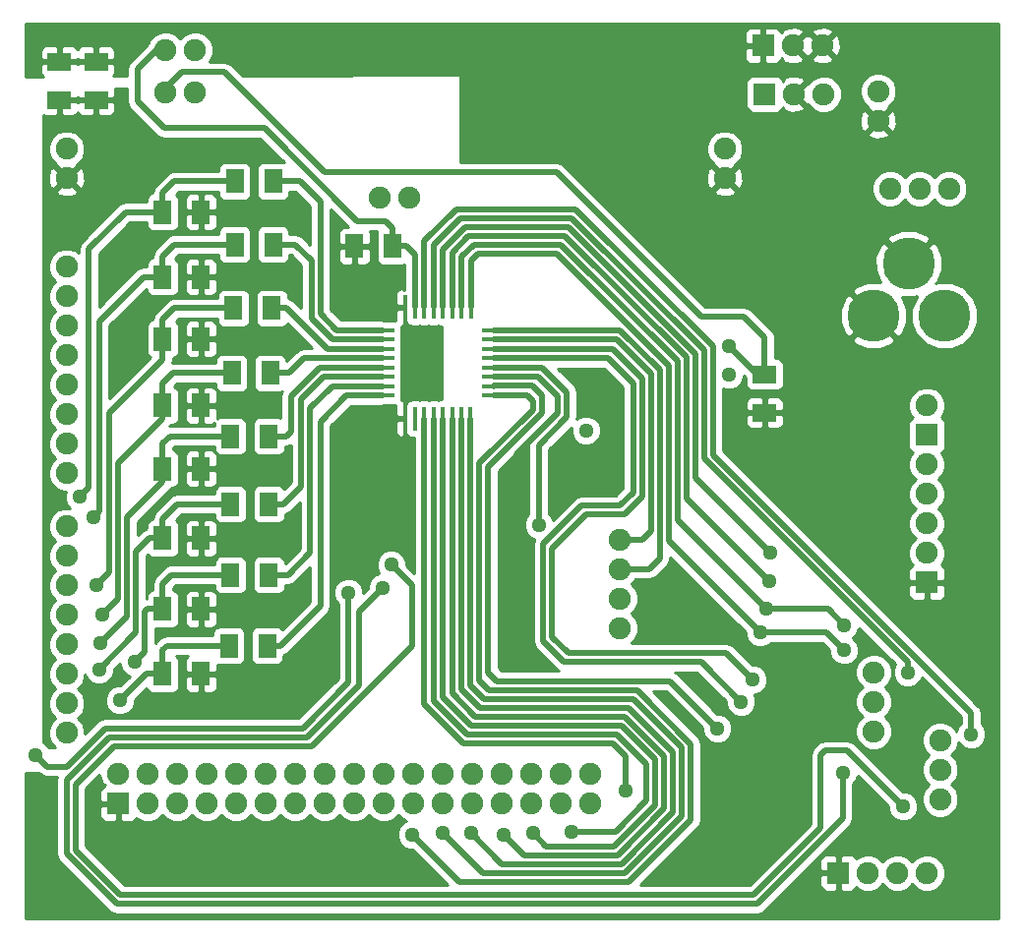
<source format=gbl>
G04 (created by PCBNEW (2013-07-07 BZR 4022)-stable) date 16/10/2015 10:30:24 a.m.*
%MOIN*%
G04 Gerber Fmt 3.4, Leading zero omitted, Abs format*
%FSLAX34Y34*%
G01*
G70*
G90*
G04 APERTURE LIST*
%ADD10C,0.00590551*%
%ADD11C,0.075*%
%ADD12R,0.0787X0.0177*%
%ADD13R,0.0177X0.0787*%
%ADD14R,0.06X0.08*%
%ADD15R,0.08X0.06*%
%ADD16C,0.1771*%
%ADD17R,0.075X0.075*%
%ADD18R,0.0748819X0.0748819*%
%ADD19C,0.0748819*%
%ADD20C,0.050748*%
%ADD21C,0.0198425*%
%ADD22C,0.01*%
G04 APERTURE END LIST*
G54D10*
G54D11*
X98000Y-45800D03*
X98000Y-46800D03*
X89850Y-32200D03*
X90850Y-32200D03*
X79250Y-40550D03*
X79250Y-39550D03*
X79250Y-38550D03*
X79250Y-37550D03*
X79250Y-36550D03*
X79250Y-35550D03*
X79250Y-34550D03*
X79250Y-41550D03*
X79250Y-44350D03*
X79250Y-45350D03*
X79250Y-46350D03*
X79250Y-47350D03*
X79250Y-48350D03*
X79250Y-49350D03*
X79250Y-50350D03*
X79250Y-43350D03*
X98000Y-44800D03*
X98000Y-43800D03*
X91000Y-51750D03*
X92000Y-51750D03*
X93000Y-51750D03*
X94000Y-51750D03*
X95000Y-51750D03*
X96000Y-51750D03*
X97000Y-51750D03*
X90000Y-51750D03*
X88000Y-51750D03*
X87000Y-51750D03*
X86000Y-51750D03*
X85000Y-51750D03*
X84000Y-51750D03*
X83000Y-51750D03*
X82000Y-51750D03*
X89000Y-51750D03*
X79250Y-31550D03*
X79250Y-30550D03*
X91000Y-52750D03*
X92000Y-52750D03*
X93000Y-52750D03*
X94000Y-52750D03*
X95000Y-52750D03*
X96000Y-52750D03*
X97000Y-52750D03*
X90000Y-52750D03*
X88000Y-52750D03*
X87000Y-52750D03*
X86000Y-52750D03*
X85000Y-52750D03*
X84000Y-52750D03*
X83000Y-52750D03*
X82000Y-52750D03*
X89000Y-52750D03*
G54D12*
X89954Y-36707D03*
X89954Y-37022D03*
X89954Y-37337D03*
X89954Y-37652D03*
X89954Y-37967D03*
X89954Y-38282D03*
X89954Y-38597D03*
X89954Y-38912D03*
X93720Y-38910D03*
X93720Y-36700D03*
X93720Y-37020D03*
X93720Y-37340D03*
X93720Y-37650D03*
X93720Y-37970D03*
X93720Y-38280D03*
X93720Y-38600D03*
G54D13*
X90738Y-39700D03*
X91052Y-39700D03*
X91368Y-39700D03*
X91682Y-39700D03*
X91998Y-39700D03*
X92312Y-39700D03*
X92628Y-39700D03*
X92942Y-39700D03*
X90740Y-35920D03*
X91050Y-35920D03*
X91370Y-35920D03*
X91680Y-35920D03*
X91990Y-35920D03*
X92310Y-35920D03*
X92630Y-35920D03*
X92950Y-35920D03*
G54D14*
X89000Y-33850D03*
X90300Y-33850D03*
G54D15*
X102900Y-38200D03*
X102900Y-39500D03*
G54D14*
X82500Y-34900D03*
X83800Y-34900D03*
X84750Y-47400D03*
X86050Y-47400D03*
X84800Y-45000D03*
X86100Y-45000D03*
X84800Y-42600D03*
X86100Y-42600D03*
X82500Y-37000D03*
X83800Y-37000D03*
X82500Y-39250D03*
X83800Y-39250D03*
X82500Y-41400D03*
X83800Y-41400D03*
X82500Y-43750D03*
X83800Y-43750D03*
X82500Y-32700D03*
X83800Y-32700D03*
X84800Y-40300D03*
X86100Y-40300D03*
X84850Y-38150D03*
X86150Y-38150D03*
X82500Y-46150D03*
X83800Y-46150D03*
X82500Y-48350D03*
X83800Y-48350D03*
X84950Y-31650D03*
X86250Y-31650D03*
X84950Y-33800D03*
X86250Y-33800D03*
X84900Y-35950D03*
X86200Y-35950D03*
G54D11*
X101550Y-30550D03*
X101550Y-31550D03*
X106750Y-28600D03*
X106750Y-29600D03*
G54D16*
X106597Y-36204D03*
X107778Y-34432D03*
X109006Y-36204D03*
G54D11*
X109150Y-31900D03*
X108150Y-31900D03*
X107150Y-31900D03*
X82600Y-27200D03*
X83600Y-27200D03*
X83600Y-28650D03*
X82600Y-28650D03*
G54D15*
X79000Y-27600D03*
X79000Y-28900D03*
X80250Y-27600D03*
X80250Y-28900D03*
G54D11*
X81000Y-51750D03*
X108850Y-52600D03*
X108850Y-51600D03*
X108850Y-50600D03*
X106600Y-50300D03*
X106600Y-49300D03*
X106600Y-48300D03*
G54D17*
X102900Y-28700D03*
G54D11*
X103900Y-28700D03*
X104900Y-28700D03*
G54D17*
X105400Y-55100D03*
G54D11*
X106400Y-55100D03*
X107400Y-55100D03*
X108400Y-55100D03*
G54D17*
X81000Y-52750D03*
X102850Y-27050D03*
G54D11*
X103850Y-27050D03*
X104850Y-27050D03*
G54D18*
X108400Y-45250D03*
G54D19*
X108400Y-44250D03*
X108400Y-43250D03*
X108400Y-42250D03*
X108400Y-41250D03*
G54D18*
X108400Y-40250D03*
G54D19*
X108400Y-39250D03*
G54D20*
X94500Y-44600D03*
X104700Y-41600D03*
X103750Y-40850D03*
X97500Y-41000D03*
X105550Y-51700D03*
X89950Y-45450D03*
X107750Y-48300D03*
X90950Y-53800D03*
X101300Y-50200D03*
X95250Y-43300D03*
X101700Y-37250D03*
X109900Y-50400D03*
X95050Y-53750D03*
X98200Y-52300D03*
X96350Y-53700D03*
X94050Y-53800D03*
X92950Y-53750D03*
X92000Y-53750D03*
X105600Y-47550D03*
X102750Y-46950D03*
X103050Y-45200D03*
X105600Y-46700D03*
X102950Y-46150D03*
X102100Y-49300D03*
X103100Y-44250D03*
X102500Y-48550D03*
X96850Y-40100D03*
X101700Y-38200D03*
X107600Y-52850D03*
X90250Y-44650D03*
X80450Y-46350D03*
X79700Y-42350D03*
X80400Y-47300D03*
X81550Y-47950D03*
X80350Y-48200D03*
X80250Y-45350D03*
X80150Y-43050D03*
X81050Y-49250D03*
X78200Y-51100D03*
X88800Y-45600D03*
G54D21*
X94500Y-43250D02*
X94500Y-44600D01*
X93720Y-38280D02*
X95224Y-38280D01*
X94500Y-40900D02*
X94500Y-43250D01*
X94500Y-43250D02*
X94500Y-43300D01*
X95900Y-39500D02*
X94500Y-40900D01*
X95900Y-38955D02*
X95900Y-39500D01*
X95224Y-38280D02*
X95900Y-38955D01*
X105550Y-53250D02*
X105550Y-51700D01*
X102650Y-56150D02*
X105550Y-53250D01*
X80950Y-56150D02*
X102650Y-56150D01*
X79250Y-54450D02*
X80950Y-56150D01*
X79250Y-51950D02*
X79250Y-54450D01*
X80698Y-50501D02*
X79250Y-51950D01*
X87398Y-50501D02*
X80698Y-50501D01*
X89150Y-48750D02*
X87398Y-50501D01*
X89150Y-46250D02*
X89150Y-48750D01*
X89950Y-45450D02*
X89150Y-46250D01*
X91680Y-35920D02*
X91680Y-33820D01*
X107750Y-47950D02*
X107750Y-48300D01*
X100848Y-41048D02*
X107750Y-47950D01*
X100848Y-37376D02*
X100848Y-41048D01*
X96372Y-32900D02*
X100848Y-37376D01*
X92600Y-32900D02*
X96372Y-32900D01*
X91680Y-33820D02*
X92600Y-32900D01*
X93720Y-38910D02*
X94860Y-38910D01*
X92550Y-55400D02*
X90950Y-53800D01*
X98294Y-55400D02*
X92550Y-55400D01*
X100400Y-53294D02*
X98294Y-55400D01*
X100400Y-50727D02*
X100400Y-53294D01*
X98576Y-48904D02*
X100400Y-50727D01*
X93554Y-48904D02*
X98576Y-48904D01*
X93240Y-48590D02*
X93554Y-48904D01*
X93240Y-41209D02*
X93240Y-48590D01*
X95050Y-39400D02*
X93240Y-41209D01*
X95050Y-39100D02*
X95050Y-39400D01*
X94860Y-38910D02*
X95050Y-39100D01*
X93720Y-38578D02*
X93720Y-38600D01*
X95028Y-38578D02*
X93720Y-38578D01*
X95348Y-38898D02*
X95028Y-38578D01*
X95348Y-39523D02*
X95348Y-38898D01*
X93538Y-41333D02*
X95348Y-39523D01*
X93538Y-48300D02*
X93538Y-41333D01*
X93838Y-48600D02*
X93538Y-48300D01*
X99700Y-48600D02*
X93838Y-48600D01*
X101300Y-50200D02*
X99700Y-48600D01*
X93720Y-37970D02*
X95370Y-37970D01*
X95250Y-40600D02*
X95250Y-43300D01*
X96200Y-39650D02*
X95250Y-40600D01*
X96200Y-38800D02*
X96200Y-39650D01*
X95370Y-37970D02*
X96200Y-38800D01*
X82600Y-28650D02*
X82600Y-28500D01*
X100750Y-36250D02*
X100900Y-36250D01*
X95850Y-31350D02*
X100750Y-36250D01*
X88000Y-31350D02*
X95850Y-31350D01*
X84600Y-27950D02*
X88000Y-31350D01*
X83150Y-27950D02*
X84600Y-27950D01*
X82600Y-28500D02*
X83150Y-27950D01*
X102900Y-38200D02*
X102650Y-38200D01*
X102650Y-38200D02*
X101700Y-37250D01*
X102900Y-38200D02*
X102900Y-36950D01*
X102200Y-36250D02*
X100900Y-36250D01*
X102900Y-36950D02*
X102200Y-36250D01*
X100900Y-36250D02*
X101150Y-36250D01*
X82600Y-27200D02*
X82300Y-27200D01*
X90300Y-33250D02*
X90300Y-33850D01*
X90050Y-33000D02*
X90300Y-33250D01*
X89100Y-33000D02*
X90050Y-33000D01*
X85950Y-29850D02*
X89100Y-33000D01*
X82550Y-29850D02*
X85950Y-29850D01*
X81650Y-28950D02*
X82550Y-29850D01*
X81650Y-27850D02*
X81650Y-28950D01*
X82300Y-27200D02*
X81650Y-27850D01*
X90300Y-33850D02*
X90750Y-33850D01*
X91050Y-34150D02*
X91050Y-35920D01*
X90750Y-33850D02*
X91050Y-34150D01*
X91370Y-35920D02*
X91370Y-33680D01*
X109900Y-49677D02*
X109900Y-50400D01*
X101146Y-40924D02*
X109900Y-49677D01*
X101146Y-37252D02*
X101146Y-40924D01*
X96495Y-32601D02*
X101146Y-37252D01*
X92448Y-32601D02*
X96495Y-32601D01*
X91370Y-33680D02*
X92448Y-32601D01*
X91998Y-39700D02*
X91998Y-49151D01*
X95500Y-54200D02*
X95050Y-53750D01*
X97800Y-54200D02*
X95500Y-54200D01*
X99200Y-52800D02*
X97800Y-54200D01*
X99200Y-51250D02*
X99200Y-52800D01*
X98050Y-50100D02*
X99200Y-51250D01*
X92946Y-50100D02*
X98050Y-50100D01*
X91998Y-49151D02*
X92946Y-50100D01*
X91368Y-39700D02*
X91368Y-49368D01*
X98200Y-51150D02*
X98200Y-52300D01*
X97750Y-50700D02*
X98200Y-51150D01*
X92700Y-50700D02*
X97750Y-50700D01*
X91368Y-49368D02*
X92700Y-50700D01*
X91682Y-39700D02*
X91682Y-49259D01*
X97850Y-53700D02*
X96350Y-53700D01*
X98900Y-52650D02*
X97850Y-53700D01*
X98900Y-51400D02*
X98900Y-52650D01*
X97901Y-50401D02*
X98900Y-51400D01*
X92823Y-50401D02*
X97901Y-50401D01*
X91682Y-49259D02*
X92823Y-50401D01*
X92312Y-39700D02*
X92312Y-49012D01*
X94750Y-54500D02*
X94050Y-53800D01*
X97922Y-54500D02*
X94750Y-54500D01*
X99498Y-52923D02*
X97922Y-54500D01*
X99498Y-51126D02*
X99498Y-52923D01*
X98172Y-49800D02*
X99498Y-51126D01*
X93100Y-49800D02*
X98172Y-49800D01*
X92312Y-49012D02*
X93100Y-49800D01*
X92628Y-39700D02*
X92628Y-48879D01*
X94000Y-54800D02*
X92950Y-53750D01*
X98050Y-54800D02*
X94000Y-54800D01*
X99800Y-53050D02*
X98050Y-54800D01*
X99800Y-51000D02*
X99800Y-53050D01*
X98301Y-49501D02*
X99800Y-51000D01*
X93250Y-49501D02*
X98301Y-49501D01*
X92628Y-48879D02*
X93250Y-49501D01*
X92942Y-39700D02*
X92942Y-48742D01*
X93348Y-55098D02*
X92000Y-53750D01*
X98173Y-55098D02*
X93348Y-55098D01*
X100100Y-53172D02*
X98173Y-55098D01*
X100100Y-50850D02*
X100100Y-53172D01*
X98453Y-49203D02*
X100100Y-50850D01*
X93403Y-49203D02*
X98453Y-49203D01*
X92942Y-48742D02*
X93403Y-49203D01*
X102750Y-46950D02*
X105000Y-46950D01*
X105000Y-46950D02*
X105600Y-47550D01*
X92950Y-35920D02*
X92950Y-34343D01*
X99650Y-43850D02*
X102750Y-46950D01*
X99650Y-37900D02*
X99650Y-43850D01*
X95843Y-34093D02*
X99650Y-37900D01*
X93200Y-34093D02*
X95843Y-34093D01*
X92950Y-34343D02*
X93200Y-34093D01*
X92310Y-35920D02*
X92310Y-34062D01*
X100251Y-42401D02*
X103050Y-45200D01*
X100251Y-37623D02*
X100251Y-42401D01*
X96124Y-33496D02*
X100251Y-37623D01*
X92875Y-33496D02*
X96124Y-33496D01*
X92310Y-34062D02*
X92875Y-33496D01*
X105050Y-46150D02*
X102950Y-46150D01*
X105600Y-46700D02*
X105050Y-46150D01*
X92630Y-35920D02*
X92630Y-34220D01*
X99950Y-43150D02*
X102950Y-46150D01*
X99950Y-37744D02*
X99950Y-43150D01*
X96001Y-33795D02*
X99950Y-37744D01*
X93054Y-33795D02*
X96001Y-33795D01*
X92630Y-34220D02*
X93054Y-33795D01*
X93720Y-36700D02*
X98001Y-36700D01*
X99000Y-44800D02*
X98000Y-44800D01*
X99350Y-44450D02*
X99000Y-44800D01*
X99350Y-38048D02*
X99350Y-44450D01*
X98001Y-36700D02*
X99350Y-38048D01*
X93720Y-37650D02*
X97600Y-37650D01*
X100748Y-47948D02*
X102100Y-49300D01*
X96098Y-47948D02*
X100748Y-47948D01*
X95400Y-47250D02*
X96098Y-47948D01*
X95400Y-43950D02*
X95400Y-47250D01*
X96700Y-42650D02*
X95400Y-43950D01*
X98000Y-42650D02*
X96700Y-42650D01*
X98450Y-42200D02*
X98000Y-42650D01*
X98450Y-38500D02*
X98450Y-42200D01*
X97600Y-37650D02*
X98450Y-38500D01*
X91990Y-35920D02*
X91990Y-33960D01*
X100550Y-41700D02*
X103100Y-44250D01*
X100550Y-37500D02*
X100550Y-41700D01*
X96248Y-33198D02*
X100550Y-37500D01*
X92751Y-33198D02*
X96248Y-33198D01*
X91990Y-33960D02*
X92751Y-33198D01*
X93720Y-37340D02*
X97743Y-37340D01*
X101600Y-47650D02*
X102500Y-48550D01*
X96250Y-47650D02*
X101600Y-47650D01*
X95700Y-47100D02*
X96250Y-47650D01*
X95700Y-44100D02*
X95700Y-47100D01*
X96850Y-42950D02*
X95700Y-44100D01*
X98150Y-42950D02*
X96850Y-42950D01*
X98753Y-42346D02*
X98150Y-42950D01*
X98753Y-38350D02*
X98753Y-42346D01*
X97743Y-37340D02*
X98753Y-38350D01*
X93720Y-37020D02*
X97899Y-37020D01*
X98750Y-43800D02*
X98000Y-43800D01*
X99051Y-43498D02*
X98750Y-43800D01*
X99051Y-38172D02*
X99051Y-43498D01*
X97899Y-37020D02*
X99051Y-38172D01*
X105700Y-50950D02*
X107600Y-52850D01*
X104950Y-50950D02*
X105700Y-50950D01*
X104800Y-51100D02*
X104950Y-50950D01*
X104800Y-53577D02*
X104800Y-51100D01*
X102526Y-55851D02*
X104800Y-53577D01*
X81073Y-55851D02*
X102526Y-55851D01*
X79548Y-54326D02*
X81073Y-55851D01*
X79548Y-52100D02*
X79548Y-54326D01*
X80848Y-50800D02*
X79548Y-52100D01*
X87550Y-50800D02*
X80848Y-50800D01*
X90950Y-47400D02*
X87550Y-50800D01*
X90950Y-45350D02*
X90950Y-47400D01*
X90250Y-44650D02*
X90950Y-45350D01*
X86100Y-42600D02*
X86600Y-42600D01*
X87968Y-38282D02*
X89954Y-38282D01*
X87200Y-39050D02*
X87968Y-38282D01*
X87200Y-42000D02*
X87200Y-39050D01*
X86600Y-42600D02*
X87200Y-42000D01*
X89954Y-37967D02*
X87833Y-37967D01*
X86700Y-40300D02*
X86100Y-40300D01*
X86850Y-40150D02*
X86700Y-40300D01*
X86850Y-38950D02*
X86850Y-40150D01*
X87833Y-37967D02*
X86850Y-38950D01*
X89954Y-37652D02*
X87298Y-37652D01*
X86800Y-38150D02*
X86150Y-38150D01*
X87298Y-37652D02*
X86800Y-38150D01*
X89954Y-37337D02*
X88087Y-37337D01*
X86700Y-35950D02*
X86200Y-35950D01*
X88087Y-37337D02*
X86700Y-35950D01*
X89954Y-36707D02*
X88407Y-36707D01*
X87150Y-31650D02*
X86250Y-31650D01*
X87850Y-32350D02*
X87150Y-31650D01*
X87850Y-36150D02*
X87850Y-32350D01*
X88407Y-36707D02*
X87850Y-36150D01*
X82500Y-39250D02*
X82500Y-39700D01*
X81001Y-45798D02*
X80450Y-46350D01*
X81001Y-41198D02*
X81001Y-45798D01*
X82500Y-39700D02*
X81001Y-41198D01*
X84850Y-38150D02*
X82850Y-38150D01*
X82500Y-38500D02*
X82500Y-39250D01*
X82850Y-38150D02*
X82500Y-38500D01*
X86250Y-33800D02*
X87000Y-33800D01*
X88272Y-37022D02*
X89954Y-37022D01*
X87550Y-36300D02*
X88272Y-37022D01*
X87550Y-34350D02*
X87550Y-36300D01*
X87000Y-33800D02*
X87550Y-34350D01*
X82500Y-32700D02*
X81250Y-32700D01*
X80000Y-42050D02*
X79700Y-42350D01*
X80000Y-33950D02*
X80000Y-42050D01*
X81250Y-32700D02*
X80000Y-33950D01*
X84950Y-31650D02*
X82900Y-31650D01*
X82500Y-32050D02*
X82500Y-32700D01*
X82900Y-31650D02*
X82500Y-32050D01*
X82500Y-41400D02*
X82500Y-41850D01*
X81300Y-46400D02*
X80400Y-47300D01*
X81300Y-43050D02*
X81300Y-46400D01*
X82500Y-41850D02*
X81300Y-43050D01*
X84800Y-40300D02*
X82750Y-40300D01*
X82500Y-40550D02*
X82500Y-41400D01*
X82750Y-40300D02*
X82500Y-40550D01*
X89954Y-38597D02*
X88253Y-38597D01*
X86750Y-45000D02*
X86100Y-45000D01*
X87500Y-44250D02*
X86750Y-45000D01*
X87500Y-39350D02*
X87500Y-44250D01*
X88253Y-38597D02*
X87500Y-39350D01*
X82500Y-46150D02*
X82000Y-46150D01*
X81900Y-47600D02*
X81550Y-47950D01*
X81900Y-46250D02*
X81900Y-47600D01*
X82000Y-46150D02*
X81900Y-46250D01*
X84800Y-45000D02*
X82800Y-45000D01*
X82500Y-45300D02*
X82500Y-46150D01*
X82800Y-45000D02*
X82500Y-45300D01*
X82500Y-43750D02*
X82050Y-43750D01*
X81600Y-46950D02*
X80350Y-48200D01*
X81600Y-44200D02*
X81600Y-46950D01*
X82050Y-43750D02*
X81600Y-44200D01*
X84800Y-42600D02*
X83000Y-42600D01*
X83000Y-42600D02*
X82500Y-43100D01*
X82500Y-43100D02*
X82500Y-43750D01*
X82500Y-37000D02*
X82500Y-37700D01*
X80703Y-44896D02*
X80250Y-45350D01*
X80703Y-39496D02*
X80703Y-44896D01*
X82500Y-37700D02*
X80703Y-39496D01*
X84900Y-35950D02*
X82900Y-35950D01*
X82500Y-36350D02*
X82500Y-37000D01*
X82900Y-35950D02*
X82500Y-36350D01*
X81850Y-34900D02*
X82500Y-34900D01*
X80350Y-36400D02*
X81850Y-34900D01*
X80350Y-42850D02*
X80350Y-36400D01*
X80150Y-43050D02*
X80350Y-42850D01*
X84950Y-33800D02*
X82900Y-33800D01*
X82500Y-34200D02*
X82500Y-34900D01*
X82900Y-33800D02*
X82500Y-34200D01*
X82500Y-48350D02*
X81950Y-48350D01*
X81950Y-48350D02*
X81050Y-49250D01*
X84750Y-47400D02*
X82650Y-47400D01*
X82500Y-47550D02*
X82500Y-48350D01*
X82650Y-47400D02*
X82500Y-47550D01*
X78600Y-51500D02*
X78200Y-51100D01*
X79250Y-51500D02*
X78600Y-51500D01*
X80546Y-50203D02*
X79250Y-51500D01*
X87246Y-50203D02*
X80546Y-50203D01*
X88800Y-48650D02*
X87246Y-50203D01*
X88800Y-45600D02*
X88800Y-48650D01*
X86050Y-47400D02*
X86500Y-47400D01*
X88738Y-38912D02*
X89954Y-38912D01*
X87850Y-39800D02*
X88738Y-38912D01*
X87850Y-46050D02*
X87850Y-39800D01*
X86500Y-47400D02*
X87850Y-46050D01*
G54D10*
G36*
X91950Y-39056D02*
X91859Y-39056D01*
X91840Y-39064D01*
X91820Y-39056D01*
X91720Y-39056D01*
X91543Y-39056D01*
X91525Y-39064D01*
X91506Y-39056D01*
X91406Y-39056D01*
X91229Y-39056D01*
X91210Y-39064D01*
X91190Y-39056D01*
X91090Y-39056D01*
X90913Y-39056D01*
X90895Y-39064D01*
X90876Y-39056D01*
X90844Y-39056D01*
X90782Y-39119D01*
X90782Y-39134D01*
X90751Y-39164D01*
X90713Y-39256D01*
X90713Y-39356D01*
X90713Y-40143D01*
X90751Y-40234D01*
X90782Y-40265D01*
X90782Y-40281D01*
X90844Y-40343D01*
X90876Y-40343D01*
X90894Y-40335D01*
X90913Y-40343D01*
X91013Y-40343D01*
X91018Y-40343D01*
X91018Y-44924D01*
X90753Y-44659D01*
X90753Y-44550D01*
X90693Y-44404D01*
X90693Y-40281D01*
X90693Y-39750D01*
X90462Y-39750D01*
X90399Y-39812D01*
X90399Y-40043D01*
X90399Y-40143D01*
X90437Y-40235D01*
X90508Y-40305D01*
X90599Y-40343D01*
X90631Y-40343D01*
X90693Y-40281D01*
X90693Y-44404D01*
X90677Y-44365D01*
X90535Y-44223D01*
X90350Y-44146D01*
X90150Y-44146D01*
X89965Y-44222D01*
X89823Y-44364D01*
X89746Y-44549D01*
X89746Y-44749D01*
X89822Y-44934D01*
X89838Y-44950D01*
X89665Y-45022D01*
X89523Y-45164D01*
X89446Y-45349D01*
X89446Y-45459D01*
X89303Y-45602D01*
X89303Y-45500D01*
X89227Y-45315D01*
X89085Y-45173D01*
X88900Y-45096D01*
X88700Y-45096D01*
X88515Y-45172D01*
X88373Y-45314D01*
X88296Y-45499D01*
X88296Y-45699D01*
X88372Y-45884D01*
X88450Y-45963D01*
X88450Y-48505D01*
X87102Y-49853D01*
X84350Y-49853D01*
X84350Y-48700D01*
X84350Y-48462D01*
X84287Y-48400D01*
X83850Y-48400D01*
X83850Y-48937D01*
X83912Y-49000D01*
X84149Y-49000D01*
X84241Y-48962D01*
X84311Y-48891D01*
X84349Y-48799D01*
X84350Y-48700D01*
X84350Y-49853D01*
X83750Y-49853D01*
X83750Y-48937D01*
X83750Y-48400D01*
X83312Y-48400D01*
X83250Y-48462D01*
X83249Y-48700D01*
X83250Y-48799D01*
X83288Y-48891D01*
X83358Y-48962D01*
X83450Y-49000D01*
X83687Y-49000D01*
X83750Y-48937D01*
X83750Y-49853D01*
X80546Y-49853D01*
X80413Y-49880D01*
X80299Y-49956D01*
X79874Y-50381D01*
X79875Y-50226D01*
X79780Y-49996D01*
X79633Y-49849D01*
X79779Y-49704D01*
X79874Y-49474D01*
X79875Y-49226D01*
X79780Y-48996D01*
X79633Y-48849D01*
X79779Y-48704D01*
X79874Y-48474D01*
X79874Y-48369D01*
X79922Y-48484D01*
X80064Y-48626D01*
X80249Y-48703D01*
X80449Y-48703D01*
X80634Y-48627D01*
X80776Y-48485D01*
X80853Y-48300D01*
X80853Y-48190D01*
X81046Y-47997D01*
X81046Y-48049D01*
X81122Y-48234D01*
X81264Y-48376D01*
X81380Y-48425D01*
X81059Y-48746D01*
X80950Y-48746D01*
X80765Y-48822D01*
X80623Y-48964D01*
X80546Y-49149D01*
X80546Y-49349D01*
X80622Y-49534D01*
X80764Y-49676D01*
X80949Y-49753D01*
X81149Y-49753D01*
X81334Y-49677D01*
X81476Y-49535D01*
X81553Y-49350D01*
X81553Y-49240D01*
X81962Y-48830D01*
X81987Y-48891D01*
X82058Y-48961D01*
X82150Y-48999D01*
X82249Y-49000D01*
X82849Y-49000D01*
X82941Y-48962D01*
X83011Y-48891D01*
X83049Y-48799D01*
X83050Y-48700D01*
X83050Y-47900D01*
X83012Y-47808D01*
X82952Y-47749D01*
X83347Y-47749D01*
X83288Y-47808D01*
X83250Y-47900D01*
X83249Y-47999D01*
X83250Y-48237D01*
X83312Y-48300D01*
X83750Y-48300D01*
X83750Y-48292D01*
X83850Y-48292D01*
X83850Y-48300D01*
X84287Y-48300D01*
X84350Y-48237D01*
X84350Y-48029D01*
X84400Y-48049D01*
X84499Y-48050D01*
X85099Y-48050D01*
X85191Y-48012D01*
X85261Y-47941D01*
X85299Y-47849D01*
X85300Y-47750D01*
X85300Y-46950D01*
X85262Y-46858D01*
X85191Y-46788D01*
X85099Y-46750D01*
X85000Y-46749D01*
X84400Y-46749D01*
X84350Y-46770D01*
X84350Y-46500D01*
X84350Y-45799D01*
X84349Y-45700D01*
X84311Y-45608D01*
X84241Y-45537D01*
X84149Y-45499D01*
X83912Y-45500D01*
X83850Y-45562D01*
X83850Y-46100D01*
X84287Y-46100D01*
X84350Y-46037D01*
X84350Y-45799D01*
X84350Y-46500D01*
X84350Y-46262D01*
X84287Y-46200D01*
X83850Y-46200D01*
X83850Y-46737D01*
X83912Y-46800D01*
X84149Y-46800D01*
X84241Y-46762D01*
X84311Y-46691D01*
X84349Y-46599D01*
X84350Y-46500D01*
X84350Y-46770D01*
X84308Y-46787D01*
X84238Y-46858D01*
X84200Y-46950D01*
X84199Y-47049D01*
X84199Y-47050D01*
X83750Y-47050D01*
X83750Y-46737D01*
X83750Y-46200D01*
X83750Y-46100D01*
X83750Y-45562D01*
X83687Y-45500D01*
X83450Y-45499D01*
X83358Y-45537D01*
X83288Y-45608D01*
X83250Y-45700D01*
X83249Y-45799D01*
X83250Y-46037D01*
X83312Y-46100D01*
X83750Y-46100D01*
X83750Y-46200D01*
X83312Y-46200D01*
X83250Y-46262D01*
X83249Y-46500D01*
X83250Y-46599D01*
X83288Y-46691D01*
X83358Y-46762D01*
X83450Y-46800D01*
X83687Y-46800D01*
X83750Y-46737D01*
X83750Y-47050D01*
X82650Y-47050D01*
X82516Y-47077D01*
X82470Y-47107D01*
X82403Y-47153D01*
X82403Y-47153D01*
X82253Y-47303D01*
X82249Y-47308D01*
X82249Y-46800D01*
X82249Y-46800D01*
X82849Y-46800D01*
X82941Y-46762D01*
X83011Y-46691D01*
X83049Y-46599D01*
X83050Y-46500D01*
X83050Y-45700D01*
X83012Y-45608D01*
X82941Y-45538D01*
X82849Y-45500D01*
X82849Y-45500D01*
X82849Y-45444D01*
X82944Y-45349D01*
X84249Y-45349D01*
X84249Y-45449D01*
X84287Y-45541D01*
X84358Y-45611D01*
X84450Y-45649D01*
X84549Y-45650D01*
X85149Y-45650D01*
X85241Y-45612D01*
X85311Y-45541D01*
X85349Y-45449D01*
X85350Y-45350D01*
X85350Y-44550D01*
X85312Y-44458D01*
X85241Y-44388D01*
X85149Y-44350D01*
X85050Y-44349D01*
X84450Y-44349D01*
X84358Y-44387D01*
X84350Y-44396D01*
X84350Y-44100D01*
X84350Y-43399D01*
X84349Y-43300D01*
X84311Y-43208D01*
X84241Y-43137D01*
X84149Y-43099D01*
X83912Y-43100D01*
X83850Y-43162D01*
X83850Y-43700D01*
X84287Y-43700D01*
X84350Y-43637D01*
X84350Y-43399D01*
X84350Y-44100D01*
X84350Y-43862D01*
X84287Y-43800D01*
X83850Y-43800D01*
X83850Y-44337D01*
X83912Y-44400D01*
X84149Y-44400D01*
X84241Y-44362D01*
X84311Y-44291D01*
X84349Y-44199D01*
X84350Y-44100D01*
X84350Y-44396D01*
X84288Y-44458D01*
X84250Y-44550D01*
X84249Y-44649D01*
X84249Y-44650D01*
X83750Y-44650D01*
X83750Y-44337D01*
X83750Y-43800D01*
X83750Y-43700D01*
X83750Y-43162D01*
X83687Y-43100D01*
X83450Y-43099D01*
X83358Y-43137D01*
X83288Y-43208D01*
X83250Y-43300D01*
X83249Y-43399D01*
X83250Y-43637D01*
X83312Y-43700D01*
X83750Y-43700D01*
X83750Y-43800D01*
X83312Y-43800D01*
X83250Y-43862D01*
X83249Y-44100D01*
X83250Y-44199D01*
X83288Y-44291D01*
X83358Y-44362D01*
X83450Y-44400D01*
X83687Y-44400D01*
X83750Y-44337D01*
X83750Y-44650D01*
X82800Y-44650D01*
X82799Y-44650D01*
X82773Y-44656D01*
X82666Y-44677D01*
X82553Y-44753D01*
X82553Y-44753D01*
X82253Y-45053D01*
X82177Y-45166D01*
X82150Y-45300D01*
X82150Y-45499D01*
X82150Y-45499D01*
X82058Y-45537D01*
X81988Y-45608D01*
X81950Y-45700D01*
X81949Y-45799D01*
X81949Y-45810D01*
X81949Y-45810D01*
X81949Y-44344D01*
X81995Y-44298D01*
X82058Y-44361D01*
X82150Y-44399D01*
X82249Y-44400D01*
X82849Y-44400D01*
X82941Y-44362D01*
X83011Y-44291D01*
X83049Y-44199D01*
X83050Y-44100D01*
X83050Y-43300D01*
X83012Y-43208D01*
X82948Y-43145D01*
X83144Y-42949D01*
X84249Y-42949D01*
X84249Y-43049D01*
X84287Y-43141D01*
X84358Y-43211D01*
X84450Y-43249D01*
X84549Y-43250D01*
X85149Y-43250D01*
X85241Y-43212D01*
X85311Y-43141D01*
X85349Y-43049D01*
X85350Y-42950D01*
X85350Y-42150D01*
X85312Y-42058D01*
X85241Y-41988D01*
X85149Y-41950D01*
X85050Y-41949D01*
X84450Y-41949D01*
X84358Y-41987D01*
X84350Y-41996D01*
X84350Y-41750D01*
X84350Y-41512D01*
X84287Y-41450D01*
X83850Y-41450D01*
X83850Y-41987D01*
X83912Y-42050D01*
X84149Y-42050D01*
X84241Y-42012D01*
X84311Y-41941D01*
X84349Y-41849D01*
X84350Y-41750D01*
X84350Y-41996D01*
X84288Y-42058D01*
X84250Y-42150D01*
X84249Y-42249D01*
X84249Y-42250D01*
X83750Y-42250D01*
X83750Y-41987D01*
X83750Y-41450D01*
X83750Y-41350D01*
X83750Y-40812D01*
X83687Y-40750D01*
X83450Y-40749D01*
X83358Y-40787D01*
X83288Y-40858D01*
X83250Y-40950D01*
X83249Y-41049D01*
X83250Y-41287D01*
X83312Y-41350D01*
X83750Y-41350D01*
X83750Y-41450D01*
X83312Y-41450D01*
X83250Y-41512D01*
X83249Y-41750D01*
X83250Y-41849D01*
X83288Y-41941D01*
X83358Y-42012D01*
X83450Y-42050D01*
X83687Y-42050D01*
X83750Y-41987D01*
X83750Y-42250D01*
X83000Y-42250D01*
X82866Y-42277D01*
X82753Y-42353D01*
X82253Y-42853D01*
X82177Y-42966D01*
X82150Y-43099D01*
X82150Y-43099D01*
X82058Y-43137D01*
X81988Y-43208D01*
X81950Y-43300D01*
X81949Y-43399D01*
X81949Y-43420D01*
X81916Y-43427D01*
X81803Y-43503D01*
X81649Y-43656D01*
X81649Y-43194D01*
X82746Y-42096D01*
X82746Y-42096D01*
X82746Y-42096D01*
X82778Y-42050D01*
X82849Y-42050D01*
X82941Y-42012D01*
X83011Y-41941D01*
X83049Y-41849D01*
X83050Y-41750D01*
X83050Y-40950D01*
X83012Y-40858D01*
X82941Y-40788D01*
X82849Y-40750D01*
X82849Y-40750D01*
X82849Y-40694D01*
X82894Y-40649D01*
X84249Y-40649D01*
X84249Y-40749D01*
X84282Y-40829D01*
X84241Y-40787D01*
X84149Y-40749D01*
X83912Y-40750D01*
X83850Y-40812D01*
X83850Y-41350D01*
X84287Y-41350D01*
X84350Y-41287D01*
X84350Y-41049D01*
X84349Y-40950D01*
X84316Y-40870D01*
X84358Y-40911D01*
X84450Y-40949D01*
X84549Y-40950D01*
X85149Y-40950D01*
X85241Y-40912D01*
X85311Y-40841D01*
X85349Y-40749D01*
X85350Y-40650D01*
X85350Y-39850D01*
X85312Y-39758D01*
X85241Y-39688D01*
X85149Y-39650D01*
X85050Y-39649D01*
X84450Y-39649D01*
X84358Y-39687D01*
X84349Y-39696D01*
X84350Y-39600D01*
X84350Y-38899D01*
X84349Y-38800D01*
X84311Y-38708D01*
X84241Y-38637D01*
X84149Y-38599D01*
X83912Y-38600D01*
X83850Y-38662D01*
X83850Y-39200D01*
X84287Y-39200D01*
X84350Y-39137D01*
X84350Y-38899D01*
X84350Y-39600D01*
X84350Y-39362D01*
X84287Y-39300D01*
X83850Y-39300D01*
X83850Y-39837D01*
X83912Y-39900D01*
X84149Y-39900D01*
X84241Y-39862D01*
X84250Y-39853D01*
X84249Y-39949D01*
X84249Y-39950D01*
X83750Y-39950D01*
X83750Y-39837D01*
X83750Y-39300D01*
X83750Y-39200D01*
X83750Y-38662D01*
X83687Y-38600D01*
X83450Y-38599D01*
X83358Y-38637D01*
X83288Y-38708D01*
X83250Y-38800D01*
X83249Y-38899D01*
X83250Y-39137D01*
X83312Y-39200D01*
X83750Y-39200D01*
X83750Y-39300D01*
X83312Y-39300D01*
X83250Y-39362D01*
X83249Y-39600D01*
X83250Y-39699D01*
X83288Y-39791D01*
X83358Y-39862D01*
X83450Y-39900D01*
X83687Y-39900D01*
X83750Y-39837D01*
X83750Y-39950D01*
X82750Y-39950D01*
X82741Y-39952D01*
X82746Y-39946D01*
X82746Y-39946D01*
X82746Y-39946D01*
X82778Y-39900D01*
X82849Y-39900D01*
X82941Y-39862D01*
X83011Y-39791D01*
X83049Y-39699D01*
X83050Y-39600D01*
X83050Y-38800D01*
X83012Y-38708D01*
X82941Y-38638D01*
X82880Y-38612D01*
X82994Y-38499D01*
X84299Y-38499D01*
X84299Y-38599D01*
X84337Y-38691D01*
X84408Y-38761D01*
X84500Y-38799D01*
X84599Y-38800D01*
X85199Y-38800D01*
X85291Y-38762D01*
X85361Y-38691D01*
X85399Y-38599D01*
X85400Y-38500D01*
X85400Y-37700D01*
X85362Y-37608D01*
X85291Y-37538D01*
X85199Y-37500D01*
X85100Y-37499D01*
X84500Y-37499D01*
X84408Y-37537D01*
X84350Y-37596D01*
X84350Y-37350D01*
X84350Y-36649D01*
X84349Y-36550D01*
X84311Y-36458D01*
X84241Y-36387D01*
X84149Y-36349D01*
X83912Y-36350D01*
X83850Y-36412D01*
X83850Y-36950D01*
X84287Y-36950D01*
X84350Y-36887D01*
X84350Y-36649D01*
X84350Y-37350D01*
X84350Y-37112D01*
X84287Y-37050D01*
X83850Y-37050D01*
X83850Y-37587D01*
X83912Y-37650D01*
X84149Y-37650D01*
X84241Y-37612D01*
X84311Y-37541D01*
X84349Y-37449D01*
X84350Y-37350D01*
X84350Y-37596D01*
X84338Y-37608D01*
X84300Y-37700D01*
X84299Y-37799D01*
X84299Y-37800D01*
X83750Y-37800D01*
X83750Y-37587D01*
X83750Y-37050D01*
X83750Y-36950D01*
X83750Y-36412D01*
X83687Y-36350D01*
X83450Y-36349D01*
X83358Y-36387D01*
X83288Y-36458D01*
X83250Y-36550D01*
X83249Y-36649D01*
X83250Y-36887D01*
X83312Y-36950D01*
X83750Y-36950D01*
X83750Y-37050D01*
X83312Y-37050D01*
X83250Y-37112D01*
X83249Y-37350D01*
X83250Y-37449D01*
X83288Y-37541D01*
X83358Y-37612D01*
X83450Y-37650D01*
X83687Y-37650D01*
X83750Y-37587D01*
X83750Y-37800D01*
X82850Y-37800D01*
X82849Y-37800D01*
X82828Y-37805D01*
X82849Y-37700D01*
X82849Y-37650D01*
X82849Y-37650D01*
X82941Y-37612D01*
X83011Y-37541D01*
X83049Y-37449D01*
X83050Y-37350D01*
X83050Y-36550D01*
X83012Y-36458D01*
X82948Y-36395D01*
X83044Y-36299D01*
X84349Y-36299D01*
X84349Y-36399D01*
X84387Y-36491D01*
X84458Y-36561D01*
X84550Y-36599D01*
X84649Y-36600D01*
X85249Y-36600D01*
X85341Y-36562D01*
X85411Y-36491D01*
X85449Y-36399D01*
X85450Y-36300D01*
X85450Y-35500D01*
X85412Y-35408D01*
X85341Y-35338D01*
X85249Y-35300D01*
X85150Y-35299D01*
X84550Y-35299D01*
X84458Y-35337D01*
X84388Y-35408D01*
X84350Y-35500D01*
X84350Y-35500D01*
X84350Y-35250D01*
X84350Y-34549D01*
X84349Y-34450D01*
X84311Y-34358D01*
X84241Y-34287D01*
X84149Y-34249D01*
X83912Y-34250D01*
X83850Y-34312D01*
X83850Y-34850D01*
X84287Y-34850D01*
X84350Y-34787D01*
X84350Y-34549D01*
X84350Y-35250D01*
X84350Y-35012D01*
X84287Y-34950D01*
X83850Y-34950D01*
X83850Y-35487D01*
X83912Y-35550D01*
X84149Y-35550D01*
X84241Y-35512D01*
X84311Y-35441D01*
X84349Y-35349D01*
X84350Y-35250D01*
X84350Y-35500D01*
X84349Y-35599D01*
X84349Y-35600D01*
X83750Y-35600D01*
X83750Y-35487D01*
X83750Y-34950D01*
X83750Y-34850D01*
X83750Y-34312D01*
X83687Y-34250D01*
X83450Y-34249D01*
X83358Y-34287D01*
X83288Y-34358D01*
X83250Y-34450D01*
X83249Y-34549D01*
X83250Y-34787D01*
X83312Y-34850D01*
X83750Y-34850D01*
X83750Y-34950D01*
X83312Y-34950D01*
X83250Y-35012D01*
X83249Y-35250D01*
X83250Y-35349D01*
X83288Y-35441D01*
X83358Y-35512D01*
X83450Y-35550D01*
X83687Y-35550D01*
X83750Y-35487D01*
X83750Y-35600D01*
X82900Y-35600D01*
X82899Y-35600D01*
X82873Y-35606D01*
X82766Y-35627D01*
X82653Y-35703D01*
X82653Y-35703D01*
X82253Y-36103D01*
X82177Y-36216D01*
X82150Y-36349D01*
X82150Y-36349D01*
X82058Y-36387D01*
X81988Y-36458D01*
X81950Y-36550D01*
X81949Y-36649D01*
X81949Y-37449D01*
X81987Y-37541D01*
X82058Y-37611D01*
X82083Y-37622D01*
X80699Y-39006D01*
X80699Y-36544D01*
X81949Y-35293D01*
X81949Y-35349D01*
X81987Y-35441D01*
X82058Y-35511D01*
X82150Y-35549D01*
X82249Y-35550D01*
X82849Y-35550D01*
X82941Y-35512D01*
X83011Y-35441D01*
X83049Y-35349D01*
X83050Y-35250D01*
X83050Y-34450D01*
X83012Y-34358D01*
X82941Y-34288D01*
X82916Y-34277D01*
X83044Y-34149D01*
X84399Y-34149D01*
X84399Y-34249D01*
X84437Y-34341D01*
X84508Y-34411D01*
X84600Y-34449D01*
X84699Y-34450D01*
X85299Y-34450D01*
X85391Y-34412D01*
X85461Y-34341D01*
X85499Y-34249D01*
X85500Y-34150D01*
X85500Y-33350D01*
X85462Y-33258D01*
X85391Y-33188D01*
X85299Y-33150D01*
X85200Y-33149D01*
X84600Y-33149D01*
X84508Y-33187D01*
X84438Y-33258D01*
X84400Y-33350D01*
X84399Y-33449D01*
X84399Y-33450D01*
X84350Y-33450D01*
X84350Y-33050D01*
X84350Y-32349D01*
X84349Y-32250D01*
X84311Y-32158D01*
X84241Y-32087D01*
X84149Y-32049D01*
X83912Y-32050D01*
X83850Y-32112D01*
X83850Y-32650D01*
X84287Y-32650D01*
X84350Y-32587D01*
X84350Y-32349D01*
X84350Y-33050D01*
X84350Y-32812D01*
X84287Y-32750D01*
X83850Y-32750D01*
X83850Y-33287D01*
X83912Y-33350D01*
X84149Y-33350D01*
X84241Y-33312D01*
X84311Y-33241D01*
X84349Y-33149D01*
X84350Y-33050D01*
X84350Y-33450D01*
X83750Y-33450D01*
X83750Y-33287D01*
X83750Y-32750D01*
X83750Y-32650D01*
X83750Y-32112D01*
X83687Y-32050D01*
X83450Y-32049D01*
X83358Y-32087D01*
X83288Y-32158D01*
X83250Y-32250D01*
X83249Y-32349D01*
X83250Y-32587D01*
X83312Y-32650D01*
X83750Y-32650D01*
X83750Y-32750D01*
X83312Y-32750D01*
X83250Y-32812D01*
X83249Y-33050D01*
X83250Y-33149D01*
X83288Y-33241D01*
X83358Y-33312D01*
X83450Y-33350D01*
X83687Y-33350D01*
X83750Y-33287D01*
X83750Y-33450D01*
X82900Y-33450D01*
X82899Y-33450D01*
X82873Y-33456D01*
X82766Y-33477D01*
X82653Y-33553D01*
X82653Y-33553D01*
X82253Y-33953D01*
X82177Y-34066D01*
X82150Y-34200D01*
X82150Y-34249D01*
X82150Y-34249D01*
X82058Y-34287D01*
X81988Y-34358D01*
X81950Y-34450D01*
X81949Y-34549D01*
X81949Y-34550D01*
X81850Y-34550D01*
X81716Y-34577D01*
X81603Y-34653D01*
X81603Y-34653D01*
X80349Y-35906D01*
X80349Y-34094D01*
X81394Y-33049D01*
X81949Y-33049D01*
X81949Y-33149D01*
X81987Y-33241D01*
X82058Y-33311D01*
X82150Y-33349D01*
X82249Y-33350D01*
X82849Y-33350D01*
X82941Y-33312D01*
X83011Y-33241D01*
X83049Y-33149D01*
X83050Y-33050D01*
X83050Y-32250D01*
X83012Y-32158D01*
X82948Y-32095D01*
X83044Y-31999D01*
X84399Y-31999D01*
X84399Y-32099D01*
X84437Y-32191D01*
X84508Y-32261D01*
X84600Y-32299D01*
X84699Y-32300D01*
X85299Y-32300D01*
X85391Y-32262D01*
X85461Y-32191D01*
X85499Y-32099D01*
X85500Y-32000D01*
X85500Y-31200D01*
X85462Y-31108D01*
X85391Y-31038D01*
X85299Y-31000D01*
X85200Y-30999D01*
X84600Y-30999D01*
X84508Y-31037D01*
X84438Y-31108D01*
X84400Y-31200D01*
X84399Y-31299D01*
X84399Y-31300D01*
X82900Y-31300D01*
X82899Y-31300D01*
X82873Y-31306D01*
X82766Y-31327D01*
X82653Y-31403D01*
X82653Y-31403D01*
X82253Y-31803D01*
X82177Y-31916D01*
X82150Y-32049D01*
X82150Y-32049D01*
X82058Y-32087D01*
X81988Y-32158D01*
X81950Y-32250D01*
X81949Y-32349D01*
X81949Y-32350D01*
X81250Y-32350D01*
X81116Y-32377D01*
X81003Y-32453D01*
X80900Y-32556D01*
X80900Y-29249D01*
X80900Y-29012D01*
X80837Y-28950D01*
X80300Y-28950D01*
X80300Y-29387D01*
X80362Y-29450D01*
X80600Y-29450D01*
X80699Y-29449D01*
X80791Y-29411D01*
X80862Y-29341D01*
X80900Y-29249D01*
X80900Y-32556D01*
X80200Y-33256D01*
X80200Y-29387D01*
X80200Y-28950D01*
X79662Y-28950D01*
X79625Y-28987D01*
X79587Y-28950D01*
X79050Y-28950D01*
X79050Y-29387D01*
X79112Y-29450D01*
X79350Y-29450D01*
X79449Y-29449D01*
X79541Y-29411D01*
X79612Y-29341D01*
X79625Y-29310D01*
X79637Y-29341D01*
X79708Y-29411D01*
X79800Y-29449D01*
X79899Y-29450D01*
X80137Y-29450D01*
X80200Y-29387D01*
X80200Y-33256D01*
X79879Y-33576D01*
X79879Y-31649D01*
X79875Y-31540D01*
X79875Y-30426D01*
X79780Y-30196D01*
X79604Y-30020D01*
X79374Y-29925D01*
X79126Y-29924D01*
X78896Y-30019D01*
X78720Y-30195D01*
X78625Y-30425D01*
X78624Y-30673D01*
X78719Y-30903D01*
X78892Y-31076D01*
X78880Y-31109D01*
X79250Y-31479D01*
X79619Y-31109D01*
X79607Y-31076D01*
X79779Y-30904D01*
X79874Y-30674D01*
X79875Y-30426D01*
X79875Y-31540D01*
X79869Y-31401D01*
X79793Y-31217D01*
X79690Y-31180D01*
X79320Y-31550D01*
X79690Y-31919D01*
X79793Y-31882D01*
X79879Y-31649D01*
X79879Y-33576D01*
X79753Y-33703D01*
X79677Y-33816D01*
X79650Y-33950D01*
X79650Y-34066D01*
X79619Y-34035D01*
X79619Y-31990D01*
X79250Y-31620D01*
X79179Y-31691D01*
X79179Y-31550D01*
X78809Y-31180D01*
X78706Y-31217D01*
X78620Y-31450D01*
X78630Y-31698D01*
X78706Y-31882D01*
X78809Y-31919D01*
X79179Y-31550D01*
X79179Y-31691D01*
X78880Y-31990D01*
X78917Y-32093D01*
X79150Y-32179D01*
X79398Y-32169D01*
X79582Y-32093D01*
X79619Y-31990D01*
X79619Y-34035D01*
X79604Y-34020D01*
X79374Y-33925D01*
X79126Y-33924D01*
X78896Y-34019D01*
X78720Y-34195D01*
X78625Y-34425D01*
X78624Y-34673D01*
X78719Y-34903D01*
X78866Y-35050D01*
X78720Y-35195D01*
X78625Y-35425D01*
X78624Y-35673D01*
X78719Y-35903D01*
X78866Y-36050D01*
X78720Y-36195D01*
X78625Y-36425D01*
X78624Y-36673D01*
X78719Y-36903D01*
X78866Y-37050D01*
X78720Y-37195D01*
X78625Y-37425D01*
X78624Y-37673D01*
X78719Y-37903D01*
X78866Y-38050D01*
X78720Y-38195D01*
X78625Y-38425D01*
X78624Y-38673D01*
X78719Y-38903D01*
X78866Y-39050D01*
X78720Y-39195D01*
X78625Y-39425D01*
X78624Y-39673D01*
X78719Y-39903D01*
X78866Y-40050D01*
X78720Y-40195D01*
X78625Y-40425D01*
X78624Y-40673D01*
X78719Y-40903D01*
X78866Y-41050D01*
X78720Y-41195D01*
X78625Y-41425D01*
X78624Y-41673D01*
X78719Y-41903D01*
X78895Y-42079D01*
X79125Y-42174D01*
X79227Y-42174D01*
X79196Y-42249D01*
X79196Y-42449D01*
X79272Y-42634D01*
X79362Y-42725D01*
X79126Y-42724D01*
X78896Y-42819D01*
X78720Y-42995D01*
X78625Y-43225D01*
X78624Y-43473D01*
X78719Y-43703D01*
X78866Y-43850D01*
X78720Y-43995D01*
X78625Y-44225D01*
X78624Y-44473D01*
X78719Y-44703D01*
X78866Y-44850D01*
X78720Y-44995D01*
X78625Y-45225D01*
X78624Y-45473D01*
X78719Y-45703D01*
X78866Y-45850D01*
X78720Y-45995D01*
X78625Y-46225D01*
X78624Y-46473D01*
X78719Y-46703D01*
X78866Y-46850D01*
X78720Y-46995D01*
X78625Y-47225D01*
X78624Y-47473D01*
X78719Y-47703D01*
X78866Y-47850D01*
X78720Y-47995D01*
X78625Y-48225D01*
X78624Y-48473D01*
X78719Y-48703D01*
X78866Y-48850D01*
X78720Y-48995D01*
X78625Y-49225D01*
X78624Y-49473D01*
X78719Y-49703D01*
X78866Y-49850D01*
X78720Y-49995D01*
X78625Y-50225D01*
X78624Y-50473D01*
X78719Y-50703D01*
X78866Y-50850D01*
X78641Y-50850D01*
X78627Y-50815D01*
X78485Y-50673D01*
X78450Y-50658D01*
X78450Y-29403D01*
X78458Y-29411D01*
X78550Y-29449D01*
X78649Y-29450D01*
X78887Y-29450D01*
X78950Y-29387D01*
X78950Y-28950D01*
X78942Y-28950D01*
X78942Y-28850D01*
X78950Y-28850D01*
X78950Y-28842D01*
X79050Y-28842D01*
X79050Y-28850D01*
X79587Y-28850D01*
X79625Y-28812D01*
X79662Y-28850D01*
X80200Y-28850D01*
X80200Y-28842D01*
X80300Y-28842D01*
X80300Y-28850D01*
X80837Y-28850D01*
X80900Y-28787D01*
X80900Y-28550D01*
X80879Y-28500D01*
X81300Y-28500D01*
X81300Y-28950D01*
X81327Y-29083D01*
X81403Y-29196D01*
X82303Y-30096D01*
X82416Y-30172D01*
X82550Y-30199D01*
X85805Y-30199D01*
X86610Y-31004D01*
X86599Y-31000D01*
X86500Y-30999D01*
X85900Y-30999D01*
X85808Y-31037D01*
X85738Y-31108D01*
X85700Y-31200D01*
X85699Y-31299D01*
X85699Y-32099D01*
X85737Y-32191D01*
X85808Y-32261D01*
X85900Y-32299D01*
X85999Y-32300D01*
X86599Y-32300D01*
X86691Y-32262D01*
X86761Y-32191D01*
X86799Y-32099D01*
X86800Y-32000D01*
X86800Y-31999D01*
X87005Y-31999D01*
X87500Y-32494D01*
X87500Y-33806D01*
X87246Y-33553D01*
X87133Y-33477D01*
X87000Y-33450D01*
X86800Y-33450D01*
X86800Y-33350D01*
X86762Y-33258D01*
X86691Y-33188D01*
X86599Y-33150D01*
X86500Y-33149D01*
X85900Y-33149D01*
X85808Y-33187D01*
X85738Y-33258D01*
X85700Y-33350D01*
X85699Y-33449D01*
X85699Y-34249D01*
X85737Y-34341D01*
X85808Y-34411D01*
X85900Y-34449D01*
X85999Y-34450D01*
X86599Y-34450D01*
X86691Y-34412D01*
X86761Y-34341D01*
X86799Y-34249D01*
X86800Y-34150D01*
X86800Y-34149D01*
X86855Y-34149D01*
X87200Y-34494D01*
X87200Y-35956D01*
X86946Y-35703D01*
X86833Y-35627D01*
X86750Y-35610D01*
X86750Y-35500D01*
X86712Y-35408D01*
X86641Y-35338D01*
X86549Y-35300D01*
X86450Y-35299D01*
X85850Y-35299D01*
X85758Y-35337D01*
X85688Y-35408D01*
X85650Y-35500D01*
X85649Y-35599D01*
X85649Y-36399D01*
X85687Y-36491D01*
X85758Y-36561D01*
X85850Y-36599D01*
X85949Y-36600D01*
X86549Y-36600D01*
X86641Y-36562D01*
X86711Y-36491D01*
X86722Y-36466D01*
X87558Y-37302D01*
X87298Y-37302D01*
X87164Y-37329D01*
X87051Y-37405D01*
X86700Y-37756D01*
X86700Y-37700D01*
X86662Y-37608D01*
X86591Y-37538D01*
X86499Y-37500D01*
X86400Y-37499D01*
X85800Y-37499D01*
X85708Y-37537D01*
X85638Y-37608D01*
X85600Y-37700D01*
X85599Y-37799D01*
X85599Y-38599D01*
X85637Y-38691D01*
X85708Y-38761D01*
X85800Y-38799D01*
X85899Y-38800D01*
X86499Y-38800D01*
X86553Y-38777D01*
X86527Y-38816D01*
X86500Y-38950D01*
X86500Y-39671D01*
X86449Y-39650D01*
X86350Y-39649D01*
X85750Y-39649D01*
X85658Y-39687D01*
X85588Y-39758D01*
X85550Y-39850D01*
X85549Y-39949D01*
X85549Y-40749D01*
X85587Y-40841D01*
X85658Y-40911D01*
X85750Y-40949D01*
X85849Y-40950D01*
X86449Y-40950D01*
X86541Y-40912D01*
X86611Y-40841D01*
X86649Y-40749D01*
X86650Y-40650D01*
X86650Y-40649D01*
X86700Y-40649D01*
X86833Y-40622D01*
X86850Y-40611D01*
X86850Y-41855D01*
X86622Y-42083D01*
X86612Y-42058D01*
X86541Y-41988D01*
X86449Y-41950D01*
X86350Y-41949D01*
X85750Y-41949D01*
X85658Y-41987D01*
X85588Y-42058D01*
X85550Y-42150D01*
X85549Y-42249D01*
X85549Y-43049D01*
X85587Y-43141D01*
X85658Y-43211D01*
X85750Y-43249D01*
X85849Y-43250D01*
X86449Y-43250D01*
X86541Y-43212D01*
X86611Y-43141D01*
X86649Y-43049D01*
X86650Y-42950D01*
X86650Y-42939D01*
X86733Y-42922D01*
X86846Y-42846D01*
X87150Y-42543D01*
X87150Y-44105D01*
X86650Y-44606D01*
X86650Y-44550D01*
X86612Y-44458D01*
X86541Y-44388D01*
X86449Y-44350D01*
X86350Y-44349D01*
X85750Y-44349D01*
X85658Y-44387D01*
X85588Y-44458D01*
X85550Y-44550D01*
X85549Y-44649D01*
X85549Y-45449D01*
X85587Y-45541D01*
X85658Y-45611D01*
X85750Y-45649D01*
X85849Y-45650D01*
X86449Y-45650D01*
X86541Y-45612D01*
X86611Y-45541D01*
X86649Y-45449D01*
X86650Y-45350D01*
X86650Y-45349D01*
X86750Y-45349D01*
X86883Y-45322D01*
X86996Y-45246D01*
X87500Y-44743D01*
X87500Y-45905D01*
X86554Y-46851D01*
X86491Y-46788D01*
X86399Y-46750D01*
X86300Y-46749D01*
X85700Y-46749D01*
X85608Y-46787D01*
X85538Y-46858D01*
X85500Y-46950D01*
X85499Y-47049D01*
X85499Y-47849D01*
X85537Y-47941D01*
X85608Y-48011D01*
X85700Y-48049D01*
X85799Y-48050D01*
X86399Y-48050D01*
X86491Y-48012D01*
X86561Y-47941D01*
X86599Y-47849D01*
X86600Y-47750D01*
X86600Y-47729D01*
X86633Y-47722D01*
X86746Y-47646D01*
X88096Y-46296D01*
X88096Y-46296D01*
X88096Y-46296D01*
X88172Y-46183D01*
X88199Y-46050D01*
X88199Y-39944D01*
X88882Y-39261D01*
X89954Y-39261D01*
X90007Y-39250D01*
X90397Y-39250D01*
X90403Y-39248D01*
X90399Y-39256D01*
X90399Y-39356D01*
X90399Y-39587D01*
X90462Y-39650D01*
X90693Y-39650D01*
X90693Y-39119D01*
X90631Y-39056D01*
X90599Y-39056D01*
X90593Y-39058D01*
X90597Y-39050D01*
X90597Y-38950D01*
X90597Y-38773D01*
X90589Y-38754D01*
X90597Y-38735D01*
X90597Y-38635D01*
X90597Y-38458D01*
X90589Y-38439D01*
X90597Y-38420D01*
X90597Y-38320D01*
X90597Y-38143D01*
X90589Y-38124D01*
X90597Y-38105D01*
X90597Y-38005D01*
X90597Y-37828D01*
X90589Y-37809D01*
X90597Y-37790D01*
X90597Y-37690D01*
X90597Y-37513D01*
X90589Y-37494D01*
X90597Y-37475D01*
X90597Y-37375D01*
X90597Y-37198D01*
X90589Y-37179D01*
X90597Y-37160D01*
X90597Y-37060D01*
X90597Y-36883D01*
X90589Y-36864D01*
X90597Y-36845D01*
X90597Y-36745D01*
X90597Y-36568D01*
X90593Y-36560D01*
X90601Y-36563D01*
X90633Y-36563D01*
X90695Y-36501D01*
X90695Y-35970D01*
X90464Y-35970D01*
X90401Y-36032D01*
X90401Y-36263D01*
X90401Y-36363D01*
X90404Y-36371D01*
X90397Y-36368D01*
X90297Y-36368D01*
X90007Y-36368D01*
X89954Y-36357D01*
X89550Y-36357D01*
X89550Y-34200D01*
X89550Y-33962D01*
X89487Y-33900D01*
X89050Y-33900D01*
X89050Y-34437D01*
X89112Y-34500D01*
X89349Y-34500D01*
X89441Y-34462D01*
X89511Y-34391D01*
X89549Y-34299D01*
X89550Y-34200D01*
X89550Y-36357D01*
X88950Y-36357D01*
X88950Y-34437D01*
X88950Y-33900D01*
X88512Y-33900D01*
X88450Y-33962D01*
X88449Y-34200D01*
X88450Y-34299D01*
X88488Y-34391D01*
X88558Y-34462D01*
X88650Y-34500D01*
X88887Y-34500D01*
X88950Y-34437D01*
X88950Y-36357D01*
X88551Y-36357D01*
X88199Y-36005D01*
X88199Y-32593D01*
X88806Y-33199D01*
X88650Y-33199D01*
X88558Y-33237D01*
X88488Y-33308D01*
X88450Y-33400D01*
X88449Y-33499D01*
X88450Y-33737D01*
X88512Y-33800D01*
X88950Y-33800D01*
X88950Y-33792D01*
X89050Y-33792D01*
X89050Y-33800D01*
X89487Y-33800D01*
X89550Y-33737D01*
X89550Y-33499D01*
X89549Y-33400D01*
X89528Y-33349D01*
X89771Y-33349D01*
X89750Y-33400D01*
X89749Y-33499D01*
X89749Y-34299D01*
X89787Y-34391D01*
X89858Y-34461D01*
X89950Y-34499D01*
X90049Y-34500D01*
X90649Y-34500D01*
X90700Y-34478D01*
X90700Y-35276D01*
X90689Y-35276D01*
X90689Y-35333D01*
X90633Y-35276D01*
X90601Y-35276D01*
X90510Y-35314D01*
X90439Y-35384D01*
X90401Y-35476D01*
X90401Y-35576D01*
X90401Y-35807D01*
X90464Y-35870D01*
X90695Y-35870D01*
X90695Y-35862D01*
X90700Y-35862D01*
X90700Y-35920D01*
X90711Y-35973D01*
X90711Y-36363D01*
X90749Y-36454D01*
X90784Y-36489D01*
X90784Y-36501D01*
X90846Y-36563D01*
X90878Y-36563D01*
X90894Y-36556D01*
X90911Y-36563D01*
X91011Y-36563D01*
X91188Y-36563D01*
X91209Y-36554D01*
X91231Y-36563D01*
X91331Y-36563D01*
X91508Y-36563D01*
X91524Y-36556D01*
X91541Y-36563D01*
X91641Y-36563D01*
X91818Y-36563D01*
X91834Y-36556D01*
X91851Y-36563D01*
X91949Y-36563D01*
X91950Y-36600D01*
X91950Y-39056D01*
X91950Y-39056D01*
G37*
G54D22*
X91950Y-39056D02*
X91859Y-39056D01*
X91840Y-39064D01*
X91820Y-39056D01*
X91720Y-39056D01*
X91543Y-39056D01*
X91525Y-39064D01*
X91506Y-39056D01*
X91406Y-39056D01*
X91229Y-39056D01*
X91210Y-39064D01*
X91190Y-39056D01*
X91090Y-39056D01*
X90913Y-39056D01*
X90895Y-39064D01*
X90876Y-39056D01*
X90844Y-39056D01*
X90782Y-39119D01*
X90782Y-39134D01*
X90751Y-39164D01*
X90713Y-39256D01*
X90713Y-39356D01*
X90713Y-40143D01*
X90751Y-40234D01*
X90782Y-40265D01*
X90782Y-40281D01*
X90844Y-40343D01*
X90876Y-40343D01*
X90894Y-40335D01*
X90913Y-40343D01*
X91013Y-40343D01*
X91018Y-40343D01*
X91018Y-44924D01*
X90753Y-44659D01*
X90753Y-44550D01*
X90693Y-44404D01*
X90693Y-40281D01*
X90693Y-39750D01*
X90462Y-39750D01*
X90399Y-39812D01*
X90399Y-40043D01*
X90399Y-40143D01*
X90437Y-40235D01*
X90508Y-40305D01*
X90599Y-40343D01*
X90631Y-40343D01*
X90693Y-40281D01*
X90693Y-44404D01*
X90677Y-44365D01*
X90535Y-44223D01*
X90350Y-44146D01*
X90150Y-44146D01*
X89965Y-44222D01*
X89823Y-44364D01*
X89746Y-44549D01*
X89746Y-44749D01*
X89822Y-44934D01*
X89838Y-44950D01*
X89665Y-45022D01*
X89523Y-45164D01*
X89446Y-45349D01*
X89446Y-45459D01*
X89303Y-45602D01*
X89303Y-45500D01*
X89227Y-45315D01*
X89085Y-45173D01*
X88900Y-45096D01*
X88700Y-45096D01*
X88515Y-45172D01*
X88373Y-45314D01*
X88296Y-45499D01*
X88296Y-45699D01*
X88372Y-45884D01*
X88450Y-45963D01*
X88450Y-48505D01*
X87102Y-49853D01*
X84350Y-49853D01*
X84350Y-48700D01*
X84350Y-48462D01*
X84287Y-48400D01*
X83850Y-48400D01*
X83850Y-48937D01*
X83912Y-49000D01*
X84149Y-49000D01*
X84241Y-48962D01*
X84311Y-48891D01*
X84349Y-48799D01*
X84350Y-48700D01*
X84350Y-49853D01*
X83750Y-49853D01*
X83750Y-48937D01*
X83750Y-48400D01*
X83312Y-48400D01*
X83250Y-48462D01*
X83249Y-48700D01*
X83250Y-48799D01*
X83288Y-48891D01*
X83358Y-48962D01*
X83450Y-49000D01*
X83687Y-49000D01*
X83750Y-48937D01*
X83750Y-49853D01*
X80546Y-49853D01*
X80413Y-49880D01*
X80299Y-49956D01*
X79874Y-50381D01*
X79875Y-50226D01*
X79780Y-49996D01*
X79633Y-49849D01*
X79779Y-49704D01*
X79874Y-49474D01*
X79875Y-49226D01*
X79780Y-48996D01*
X79633Y-48849D01*
X79779Y-48704D01*
X79874Y-48474D01*
X79874Y-48369D01*
X79922Y-48484D01*
X80064Y-48626D01*
X80249Y-48703D01*
X80449Y-48703D01*
X80634Y-48627D01*
X80776Y-48485D01*
X80853Y-48300D01*
X80853Y-48190D01*
X81046Y-47997D01*
X81046Y-48049D01*
X81122Y-48234D01*
X81264Y-48376D01*
X81380Y-48425D01*
X81059Y-48746D01*
X80950Y-48746D01*
X80765Y-48822D01*
X80623Y-48964D01*
X80546Y-49149D01*
X80546Y-49349D01*
X80622Y-49534D01*
X80764Y-49676D01*
X80949Y-49753D01*
X81149Y-49753D01*
X81334Y-49677D01*
X81476Y-49535D01*
X81553Y-49350D01*
X81553Y-49240D01*
X81962Y-48830D01*
X81987Y-48891D01*
X82058Y-48961D01*
X82150Y-48999D01*
X82249Y-49000D01*
X82849Y-49000D01*
X82941Y-48962D01*
X83011Y-48891D01*
X83049Y-48799D01*
X83050Y-48700D01*
X83050Y-47900D01*
X83012Y-47808D01*
X82952Y-47749D01*
X83347Y-47749D01*
X83288Y-47808D01*
X83250Y-47900D01*
X83249Y-47999D01*
X83250Y-48237D01*
X83312Y-48300D01*
X83750Y-48300D01*
X83750Y-48292D01*
X83850Y-48292D01*
X83850Y-48300D01*
X84287Y-48300D01*
X84350Y-48237D01*
X84350Y-48029D01*
X84400Y-48049D01*
X84499Y-48050D01*
X85099Y-48050D01*
X85191Y-48012D01*
X85261Y-47941D01*
X85299Y-47849D01*
X85300Y-47750D01*
X85300Y-46950D01*
X85262Y-46858D01*
X85191Y-46788D01*
X85099Y-46750D01*
X85000Y-46749D01*
X84400Y-46749D01*
X84350Y-46770D01*
X84350Y-46500D01*
X84350Y-45799D01*
X84349Y-45700D01*
X84311Y-45608D01*
X84241Y-45537D01*
X84149Y-45499D01*
X83912Y-45500D01*
X83850Y-45562D01*
X83850Y-46100D01*
X84287Y-46100D01*
X84350Y-46037D01*
X84350Y-45799D01*
X84350Y-46500D01*
X84350Y-46262D01*
X84287Y-46200D01*
X83850Y-46200D01*
X83850Y-46737D01*
X83912Y-46800D01*
X84149Y-46800D01*
X84241Y-46762D01*
X84311Y-46691D01*
X84349Y-46599D01*
X84350Y-46500D01*
X84350Y-46770D01*
X84308Y-46787D01*
X84238Y-46858D01*
X84200Y-46950D01*
X84199Y-47049D01*
X84199Y-47050D01*
X83750Y-47050D01*
X83750Y-46737D01*
X83750Y-46200D01*
X83750Y-46100D01*
X83750Y-45562D01*
X83687Y-45500D01*
X83450Y-45499D01*
X83358Y-45537D01*
X83288Y-45608D01*
X83250Y-45700D01*
X83249Y-45799D01*
X83250Y-46037D01*
X83312Y-46100D01*
X83750Y-46100D01*
X83750Y-46200D01*
X83312Y-46200D01*
X83250Y-46262D01*
X83249Y-46500D01*
X83250Y-46599D01*
X83288Y-46691D01*
X83358Y-46762D01*
X83450Y-46800D01*
X83687Y-46800D01*
X83750Y-46737D01*
X83750Y-47050D01*
X82650Y-47050D01*
X82516Y-47077D01*
X82470Y-47107D01*
X82403Y-47153D01*
X82403Y-47153D01*
X82253Y-47303D01*
X82249Y-47308D01*
X82249Y-46800D01*
X82249Y-46800D01*
X82849Y-46800D01*
X82941Y-46762D01*
X83011Y-46691D01*
X83049Y-46599D01*
X83050Y-46500D01*
X83050Y-45700D01*
X83012Y-45608D01*
X82941Y-45538D01*
X82849Y-45500D01*
X82849Y-45500D01*
X82849Y-45444D01*
X82944Y-45349D01*
X84249Y-45349D01*
X84249Y-45449D01*
X84287Y-45541D01*
X84358Y-45611D01*
X84450Y-45649D01*
X84549Y-45650D01*
X85149Y-45650D01*
X85241Y-45612D01*
X85311Y-45541D01*
X85349Y-45449D01*
X85350Y-45350D01*
X85350Y-44550D01*
X85312Y-44458D01*
X85241Y-44388D01*
X85149Y-44350D01*
X85050Y-44349D01*
X84450Y-44349D01*
X84358Y-44387D01*
X84350Y-44396D01*
X84350Y-44100D01*
X84350Y-43399D01*
X84349Y-43300D01*
X84311Y-43208D01*
X84241Y-43137D01*
X84149Y-43099D01*
X83912Y-43100D01*
X83850Y-43162D01*
X83850Y-43700D01*
X84287Y-43700D01*
X84350Y-43637D01*
X84350Y-43399D01*
X84350Y-44100D01*
X84350Y-43862D01*
X84287Y-43800D01*
X83850Y-43800D01*
X83850Y-44337D01*
X83912Y-44400D01*
X84149Y-44400D01*
X84241Y-44362D01*
X84311Y-44291D01*
X84349Y-44199D01*
X84350Y-44100D01*
X84350Y-44396D01*
X84288Y-44458D01*
X84250Y-44550D01*
X84249Y-44649D01*
X84249Y-44650D01*
X83750Y-44650D01*
X83750Y-44337D01*
X83750Y-43800D01*
X83750Y-43700D01*
X83750Y-43162D01*
X83687Y-43100D01*
X83450Y-43099D01*
X83358Y-43137D01*
X83288Y-43208D01*
X83250Y-43300D01*
X83249Y-43399D01*
X83250Y-43637D01*
X83312Y-43700D01*
X83750Y-43700D01*
X83750Y-43800D01*
X83312Y-43800D01*
X83250Y-43862D01*
X83249Y-44100D01*
X83250Y-44199D01*
X83288Y-44291D01*
X83358Y-44362D01*
X83450Y-44400D01*
X83687Y-44400D01*
X83750Y-44337D01*
X83750Y-44650D01*
X82800Y-44650D01*
X82799Y-44650D01*
X82773Y-44656D01*
X82666Y-44677D01*
X82553Y-44753D01*
X82553Y-44753D01*
X82253Y-45053D01*
X82177Y-45166D01*
X82150Y-45300D01*
X82150Y-45499D01*
X82150Y-45499D01*
X82058Y-45537D01*
X81988Y-45608D01*
X81950Y-45700D01*
X81949Y-45799D01*
X81949Y-45810D01*
X81949Y-45810D01*
X81949Y-44344D01*
X81995Y-44298D01*
X82058Y-44361D01*
X82150Y-44399D01*
X82249Y-44400D01*
X82849Y-44400D01*
X82941Y-44362D01*
X83011Y-44291D01*
X83049Y-44199D01*
X83050Y-44100D01*
X83050Y-43300D01*
X83012Y-43208D01*
X82948Y-43145D01*
X83144Y-42949D01*
X84249Y-42949D01*
X84249Y-43049D01*
X84287Y-43141D01*
X84358Y-43211D01*
X84450Y-43249D01*
X84549Y-43250D01*
X85149Y-43250D01*
X85241Y-43212D01*
X85311Y-43141D01*
X85349Y-43049D01*
X85350Y-42950D01*
X85350Y-42150D01*
X85312Y-42058D01*
X85241Y-41988D01*
X85149Y-41950D01*
X85050Y-41949D01*
X84450Y-41949D01*
X84358Y-41987D01*
X84350Y-41996D01*
X84350Y-41750D01*
X84350Y-41512D01*
X84287Y-41450D01*
X83850Y-41450D01*
X83850Y-41987D01*
X83912Y-42050D01*
X84149Y-42050D01*
X84241Y-42012D01*
X84311Y-41941D01*
X84349Y-41849D01*
X84350Y-41750D01*
X84350Y-41996D01*
X84288Y-42058D01*
X84250Y-42150D01*
X84249Y-42249D01*
X84249Y-42250D01*
X83750Y-42250D01*
X83750Y-41987D01*
X83750Y-41450D01*
X83750Y-41350D01*
X83750Y-40812D01*
X83687Y-40750D01*
X83450Y-40749D01*
X83358Y-40787D01*
X83288Y-40858D01*
X83250Y-40950D01*
X83249Y-41049D01*
X83250Y-41287D01*
X83312Y-41350D01*
X83750Y-41350D01*
X83750Y-41450D01*
X83312Y-41450D01*
X83250Y-41512D01*
X83249Y-41750D01*
X83250Y-41849D01*
X83288Y-41941D01*
X83358Y-42012D01*
X83450Y-42050D01*
X83687Y-42050D01*
X83750Y-41987D01*
X83750Y-42250D01*
X83000Y-42250D01*
X82866Y-42277D01*
X82753Y-42353D01*
X82253Y-42853D01*
X82177Y-42966D01*
X82150Y-43099D01*
X82150Y-43099D01*
X82058Y-43137D01*
X81988Y-43208D01*
X81950Y-43300D01*
X81949Y-43399D01*
X81949Y-43420D01*
X81916Y-43427D01*
X81803Y-43503D01*
X81649Y-43656D01*
X81649Y-43194D01*
X82746Y-42096D01*
X82746Y-42096D01*
X82746Y-42096D01*
X82778Y-42050D01*
X82849Y-42050D01*
X82941Y-42012D01*
X83011Y-41941D01*
X83049Y-41849D01*
X83050Y-41750D01*
X83050Y-40950D01*
X83012Y-40858D01*
X82941Y-40788D01*
X82849Y-40750D01*
X82849Y-40750D01*
X82849Y-40694D01*
X82894Y-40649D01*
X84249Y-40649D01*
X84249Y-40749D01*
X84282Y-40829D01*
X84241Y-40787D01*
X84149Y-40749D01*
X83912Y-40750D01*
X83850Y-40812D01*
X83850Y-41350D01*
X84287Y-41350D01*
X84350Y-41287D01*
X84350Y-41049D01*
X84349Y-40950D01*
X84316Y-40870D01*
X84358Y-40911D01*
X84450Y-40949D01*
X84549Y-40950D01*
X85149Y-40950D01*
X85241Y-40912D01*
X85311Y-40841D01*
X85349Y-40749D01*
X85350Y-40650D01*
X85350Y-39850D01*
X85312Y-39758D01*
X85241Y-39688D01*
X85149Y-39650D01*
X85050Y-39649D01*
X84450Y-39649D01*
X84358Y-39687D01*
X84349Y-39696D01*
X84350Y-39600D01*
X84350Y-38899D01*
X84349Y-38800D01*
X84311Y-38708D01*
X84241Y-38637D01*
X84149Y-38599D01*
X83912Y-38600D01*
X83850Y-38662D01*
X83850Y-39200D01*
X84287Y-39200D01*
X84350Y-39137D01*
X84350Y-38899D01*
X84350Y-39600D01*
X84350Y-39362D01*
X84287Y-39300D01*
X83850Y-39300D01*
X83850Y-39837D01*
X83912Y-39900D01*
X84149Y-39900D01*
X84241Y-39862D01*
X84250Y-39853D01*
X84249Y-39949D01*
X84249Y-39950D01*
X83750Y-39950D01*
X83750Y-39837D01*
X83750Y-39300D01*
X83750Y-39200D01*
X83750Y-38662D01*
X83687Y-38600D01*
X83450Y-38599D01*
X83358Y-38637D01*
X83288Y-38708D01*
X83250Y-38800D01*
X83249Y-38899D01*
X83250Y-39137D01*
X83312Y-39200D01*
X83750Y-39200D01*
X83750Y-39300D01*
X83312Y-39300D01*
X83250Y-39362D01*
X83249Y-39600D01*
X83250Y-39699D01*
X83288Y-39791D01*
X83358Y-39862D01*
X83450Y-39900D01*
X83687Y-39900D01*
X83750Y-39837D01*
X83750Y-39950D01*
X82750Y-39950D01*
X82741Y-39952D01*
X82746Y-39946D01*
X82746Y-39946D01*
X82746Y-39946D01*
X82778Y-39900D01*
X82849Y-39900D01*
X82941Y-39862D01*
X83011Y-39791D01*
X83049Y-39699D01*
X83050Y-39600D01*
X83050Y-38800D01*
X83012Y-38708D01*
X82941Y-38638D01*
X82880Y-38612D01*
X82994Y-38499D01*
X84299Y-38499D01*
X84299Y-38599D01*
X84337Y-38691D01*
X84408Y-38761D01*
X84500Y-38799D01*
X84599Y-38800D01*
X85199Y-38800D01*
X85291Y-38762D01*
X85361Y-38691D01*
X85399Y-38599D01*
X85400Y-38500D01*
X85400Y-37700D01*
X85362Y-37608D01*
X85291Y-37538D01*
X85199Y-37500D01*
X85100Y-37499D01*
X84500Y-37499D01*
X84408Y-37537D01*
X84350Y-37596D01*
X84350Y-37350D01*
X84350Y-36649D01*
X84349Y-36550D01*
X84311Y-36458D01*
X84241Y-36387D01*
X84149Y-36349D01*
X83912Y-36350D01*
X83850Y-36412D01*
X83850Y-36950D01*
X84287Y-36950D01*
X84350Y-36887D01*
X84350Y-36649D01*
X84350Y-37350D01*
X84350Y-37112D01*
X84287Y-37050D01*
X83850Y-37050D01*
X83850Y-37587D01*
X83912Y-37650D01*
X84149Y-37650D01*
X84241Y-37612D01*
X84311Y-37541D01*
X84349Y-37449D01*
X84350Y-37350D01*
X84350Y-37596D01*
X84338Y-37608D01*
X84300Y-37700D01*
X84299Y-37799D01*
X84299Y-37800D01*
X83750Y-37800D01*
X83750Y-37587D01*
X83750Y-37050D01*
X83750Y-36950D01*
X83750Y-36412D01*
X83687Y-36350D01*
X83450Y-36349D01*
X83358Y-36387D01*
X83288Y-36458D01*
X83250Y-36550D01*
X83249Y-36649D01*
X83250Y-36887D01*
X83312Y-36950D01*
X83750Y-36950D01*
X83750Y-37050D01*
X83312Y-37050D01*
X83250Y-37112D01*
X83249Y-37350D01*
X83250Y-37449D01*
X83288Y-37541D01*
X83358Y-37612D01*
X83450Y-37650D01*
X83687Y-37650D01*
X83750Y-37587D01*
X83750Y-37800D01*
X82850Y-37800D01*
X82849Y-37800D01*
X82828Y-37805D01*
X82849Y-37700D01*
X82849Y-37650D01*
X82849Y-37650D01*
X82941Y-37612D01*
X83011Y-37541D01*
X83049Y-37449D01*
X83050Y-37350D01*
X83050Y-36550D01*
X83012Y-36458D01*
X82948Y-36395D01*
X83044Y-36299D01*
X84349Y-36299D01*
X84349Y-36399D01*
X84387Y-36491D01*
X84458Y-36561D01*
X84550Y-36599D01*
X84649Y-36600D01*
X85249Y-36600D01*
X85341Y-36562D01*
X85411Y-36491D01*
X85449Y-36399D01*
X85450Y-36300D01*
X85450Y-35500D01*
X85412Y-35408D01*
X85341Y-35338D01*
X85249Y-35300D01*
X85150Y-35299D01*
X84550Y-35299D01*
X84458Y-35337D01*
X84388Y-35408D01*
X84350Y-35500D01*
X84350Y-35500D01*
X84350Y-35250D01*
X84350Y-34549D01*
X84349Y-34450D01*
X84311Y-34358D01*
X84241Y-34287D01*
X84149Y-34249D01*
X83912Y-34250D01*
X83850Y-34312D01*
X83850Y-34850D01*
X84287Y-34850D01*
X84350Y-34787D01*
X84350Y-34549D01*
X84350Y-35250D01*
X84350Y-35012D01*
X84287Y-34950D01*
X83850Y-34950D01*
X83850Y-35487D01*
X83912Y-35550D01*
X84149Y-35550D01*
X84241Y-35512D01*
X84311Y-35441D01*
X84349Y-35349D01*
X84350Y-35250D01*
X84350Y-35500D01*
X84349Y-35599D01*
X84349Y-35600D01*
X83750Y-35600D01*
X83750Y-35487D01*
X83750Y-34950D01*
X83750Y-34850D01*
X83750Y-34312D01*
X83687Y-34250D01*
X83450Y-34249D01*
X83358Y-34287D01*
X83288Y-34358D01*
X83250Y-34450D01*
X83249Y-34549D01*
X83250Y-34787D01*
X83312Y-34850D01*
X83750Y-34850D01*
X83750Y-34950D01*
X83312Y-34950D01*
X83250Y-35012D01*
X83249Y-35250D01*
X83250Y-35349D01*
X83288Y-35441D01*
X83358Y-35512D01*
X83450Y-35550D01*
X83687Y-35550D01*
X83750Y-35487D01*
X83750Y-35600D01*
X82900Y-35600D01*
X82899Y-35600D01*
X82873Y-35606D01*
X82766Y-35627D01*
X82653Y-35703D01*
X82653Y-35703D01*
X82253Y-36103D01*
X82177Y-36216D01*
X82150Y-36349D01*
X82150Y-36349D01*
X82058Y-36387D01*
X81988Y-36458D01*
X81950Y-36550D01*
X81949Y-36649D01*
X81949Y-37449D01*
X81987Y-37541D01*
X82058Y-37611D01*
X82083Y-37622D01*
X80699Y-39006D01*
X80699Y-36544D01*
X81949Y-35293D01*
X81949Y-35349D01*
X81987Y-35441D01*
X82058Y-35511D01*
X82150Y-35549D01*
X82249Y-35550D01*
X82849Y-35550D01*
X82941Y-35512D01*
X83011Y-35441D01*
X83049Y-35349D01*
X83050Y-35250D01*
X83050Y-34450D01*
X83012Y-34358D01*
X82941Y-34288D01*
X82916Y-34277D01*
X83044Y-34149D01*
X84399Y-34149D01*
X84399Y-34249D01*
X84437Y-34341D01*
X84508Y-34411D01*
X84600Y-34449D01*
X84699Y-34450D01*
X85299Y-34450D01*
X85391Y-34412D01*
X85461Y-34341D01*
X85499Y-34249D01*
X85500Y-34150D01*
X85500Y-33350D01*
X85462Y-33258D01*
X85391Y-33188D01*
X85299Y-33150D01*
X85200Y-33149D01*
X84600Y-33149D01*
X84508Y-33187D01*
X84438Y-33258D01*
X84400Y-33350D01*
X84399Y-33449D01*
X84399Y-33450D01*
X84350Y-33450D01*
X84350Y-33050D01*
X84350Y-32349D01*
X84349Y-32250D01*
X84311Y-32158D01*
X84241Y-32087D01*
X84149Y-32049D01*
X83912Y-32050D01*
X83850Y-32112D01*
X83850Y-32650D01*
X84287Y-32650D01*
X84350Y-32587D01*
X84350Y-32349D01*
X84350Y-33050D01*
X84350Y-32812D01*
X84287Y-32750D01*
X83850Y-32750D01*
X83850Y-33287D01*
X83912Y-33350D01*
X84149Y-33350D01*
X84241Y-33312D01*
X84311Y-33241D01*
X84349Y-33149D01*
X84350Y-33050D01*
X84350Y-33450D01*
X83750Y-33450D01*
X83750Y-33287D01*
X83750Y-32750D01*
X83750Y-32650D01*
X83750Y-32112D01*
X83687Y-32050D01*
X83450Y-32049D01*
X83358Y-32087D01*
X83288Y-32158D01*
X83250Y-32250D01*
X83249Y-32349D01*
X83250Y-32587D01*
X83312Y-32650D01*
X83750Y-32650D01*
X83750Y-32750D01*
X83312Y-32750D01*
X83250Y-32812D01*
X83249Y-33050D01*
X83250Y-33149D01*
X83288Y-33241D01*
X83358Y-33312D01*
X83450Y-33350D01*
X83687Y-33350D01*
X83750Y-33287D01*
X83750Y-33450D01*
X82900Y-33450D01*
X82899Y-33450D01*
X82873Y-33456D01*
X82766Y-33477D01*
X82653Y-33553D01*
X82653Y-33553D01*
X82253Y-33953D01*
X82177Y-34066D01*
X82150Y-34200D01*
X82150Y-34249D01*
X82150Y-34249D01*
X82058Y-34287D01*
X81988Y-34358D01*
X81950Y-34450D01*
X81949Y-34549D01*
X81949Y-34550D01*
X81850Y-34550D01*
X81716Y-34577D01*
X81603Y-34653D01*
X81603Y-34653D01*
X80349Y-35906D01*
X80349Y-34094D01*
X81394Y-33049D01*
X81949Y-33049D01*
X81949Y-33149D01*
X81987Y-33241D01*
X82058Y-33311D01*
X82150Y-33349D01*
X82249Y-33350D01*
X82849Y-33350D01*
X82941Y-33312D01*
X83011Y-33241D01*
X83049Y-33149D01*
X83050Y-33050D01*
X83050Y-32250D01*
X83012Y-32158D01*
X82948Y-32095D01*
X83044Y-31999D01*
X84399Y-31999D01*
X84399Y-32099D01*
X84437Y-32191D01*
X84508Y-32261D01*
X84600Y-32299D01*
X84699Y-32300D01*
X85299Y-32300D01*
X85391Y-32262D01*
X85461Y-32191D01*
X85499Y-32099D01*
X85500Y-32000D01*
X85500Y-31200D01*
X85462Y-31108D01*
X85391Y-31038D01*
X85299Y-31000D01*
X85200Y-30999D01*
X84600Y-30999D01*
X84508Y-31037D01*
X84438Y-31108D01*
X84400Y-31200D01*
X84399Y-31299D01*
X84399Y-31300D01*
X82900Y-31300D01*
X82899Y-31300D01*
X82873Y-31306D01*
X82766Y-31327D01*
X82653Y-31403D01*
X82653Y-31403D01*
X82253Y-31803D01*
X82177Y-31916D01*
X82150Y-32049D01*
X82150Y-32049D01*
X82058Y-32087D01*
X81988Y-32158D01*
X81950Y-32250D01*
X81949Y-32349D01*
X81949Y-32350D01*
X81250Y-32350D01*
X81116Y-32377D01*
X81003Y-32453D01*
X80900Y-32556D01*
X80900Y-29249D01*
X80900Y-29012D01*
X80837Y-28950D01*
X80300Y-28950D01*
X80300Y-29387D01*
X80362Y-29450D01*
X80600Y-29450D01*
X80699Y-29449D01*
X80791Y-29411D01*
X80862Y-29341D01*
X80900Y-29249D01*
X80900Y-32556D01*
X80200Y-33256D01*
X80200Y-29387D01*
X80200Y-28950D01*
X79662Y-28950D01*
X79625Y-28987D01*
X79587Y-28950D01*
X79050Y-28950D01*
X79050Y-29387D01*
X79112Y-29450D01*
X79350Y-29450D01*
X79449Y-29449D01*
X79541Y-29411D01*
X79612Y-29341D01*
X79625Y-29310D01*
X79637Y-29341D01*
X79708Y-29411D01*
X79800Y-29449D01*
X79899Y-29450D01*
X80137Y-29450D01*
X80200Y-29387D01*
X80200Y-33256D01*
X79879Y-33576D01*
X79879Y-31649D01*
X79875Y-31540D01*
X79875Y-30426D01*
X79780Y-30196D01*
X79604Y-30020D01*
X79374Y-29925D01*
X79126Y-29924D01*
X78896Y-30019D01*
X78720Y-30195D01*
X78625Y-30425D01*
X78624Y-30673D01*
X78719Y-30903D01*
X78892Y-31076D01*
X78880Y-31109D01*
X79250Y-31479D01*
X79619Y-31109D01*
X79607Y-31076D01*
X79779Y-30904D01*
X79874Y-30674D01*
X79875Y-30426D01*
X79875Y-31540D01*
X79869Y-31401D01*
X79793Y-31217D01*
X79690Y-31180D01*
X79320Y-31550D01*
X79690Y-31919D01*
X79793Y-31882D01*
X79879Y-31649D01*
X79879Y-33576D01*
X79753Y-33703D01*
X79677Y-33816D01*
X79650Y-33950D01*
X79650Y-34066D01*
X79619Y-34035D01*
X79619Y-31990D01*
X79250Y-31620D01*
X79179Y-31691D01*
X79179Y-31550D01*
X78809Y-31180D01*
X78706Y-31217D01*
X78620Y-31450D01*
X78630Y-31698D01*
X78706Y-31882D01*
X78809Y-31919D01*
X79179Y-31550D01*
X79179Y-31691D01*
X78880Y-31990D01*
X78917Y-32093D01*
X79150Y-32179D01*
X79398Y-32169D01*
X79582Y-32093D01*
X79619Y-31990D01*
X79619Y-34035D01*
X79604Y-34020D01*
X79374Y-33925D01*
X79126Y-33924D01*
X78896Y-34019D01*
X78720Y-34195D01*
X78625Y-34425D01*
X78624Y-34673D01*
X78719Y-34903D01*
X78866Y-35050D01*
X78720Y-35195D01*
X78625Y-35425D01*
X78624Y-35673D01*
X78719Y-35903D01*
X78866Y-36050D01*
X78720Y-36195D01*
X78625Y-36425D01*
X78624Y-36673D01*
X78719Y-36903D01*
X78866Y-37050D01*
X78720Y-37195D01*
X78625Y-37425D01*
X78624Y-37673D01*
X78719Y-37903D01*
X78866Y-38050D01*
X78720Y-38195D01*
X78625Y-38425D01*
X78624Y-38673D01*
X78719Y-38903D01*
X78866Y-39050D01*
X78720Y-39195D01*
X78625Y-39425D01*
X78624Y-39673D01*
X78719Y-39903D01*
X78866Y-40050D01*
X78720Y-40195D01*
X78625Y-40425D01*
X78624Y-40673D01*
X78719Y-40903D01*
X78866Y-41050D01*
X78720Y-41195D01*
X78625Y-41425D01*
X78624Y-41673D01*
X78719Y-41903D01*
X78895Y-42079D01*
X79125Y-42174D01*
X79227Y-42174D01*
X79196Y-42249D01*
X79196Y-42449D01*
X79272Y-42634D01*
X79362Y-42725D01*
X79126Y-42724D01*
X78896Y-42819D01*
X78720Y-42995D01*
X78625Y-43225D01*
X78624Y-43473D01*
X78719Y-43703D01*
X78866Y-43850D01*
X78720Y-43995D01*
X78625Y-44225D01*
X78624Y-44473D01*
X78719Y-44703D01*
X78866Y-44850D01*
X78720Y-44995D01*
X78625Y-45225D01*
X78624Y-45473D01*
X78719Y-45703D01*
X78866Y-45850D01*
X78720Y-45995D01*
X78625Y-46225D01*
X78624Y-46473D01*
X78719Y-46703D01*
X78866Y-46850D01*
X78720Y-46995D01*
X78625Y-47225D01*
X78624Y-47473D01*
X78719Y-47703D01*
X78866Y-47850D01*
X78720Y-47995D01*
X78625Y-48225D01*
X78624Y-48473D01*
X78719Y-48703D01*
X78866Y-48850D01*
X78720Y-48995D01*
X78625Y-49225D01*
X78624Y-49473D01*
X78719Y-49703D01*
X78866Y-49850D01*
X78720Y-49995D01*
X78625Y-50225D01*
X78624Y-50473D01*
X78719Y-50703D01*
X78866Y-50850D01*
X78641Y-50850D01*
X78627Y-50815D01*
X78485Y-50673D01*
X78450Y-50658D01*
X78450Y-29403D01*
X78458Y-29411D01*
X78550Y-29449D01*
X78649Y-29450D01*
X78887Y-29450D01*
X78950Y-29387D01*
X78950Y-28950D01*
X78942Y-28950D01*
X78942Y-28850D01*
X78950Y-28850D01*
X78950Y-28842D01*
X79050Y-28842D01*
X79050Y-28850D01*
X79587Y-28850D01*
X79625Y-28812D01*
X79662Y-28850D01*
X80200Y-28850D01*
X80200Y-28842D01*
X80300Y-28842D01*
X80300Y-28850D01*
X80837Y-28850D01*
X80900Y-28787D01*
X80900Y-28550D01*
X80879Y-28500D01*
X81300Y-28500D01*
X81300Y-28950D01*
X81327Y-29083D01*
X81403Y-29196D01*
X82303Y-30096D01*
X82416Y-30172D01*
X82550Y-30199D01*
X85805Y-30199D01*
X86610Y-31004D01*
X86599Y-31000D01*
X86500Y-30999D01*
X85900Y-30999D01*
X85808Y-31037D01*
X85738Y-31108D01*
X85700Y-31200D01*
X85699Y-31299D01*
X85699Y-32099D01*
X85737Y-32191D01*
X85808Y-32261D01*
X85900Y-32299D01*
X85999Y-32300D01*
X86599Y-32300D01*
X86691Y-32262D01*
X86761Y-32191D01*
X86799Y-32099D01*
X86800Y-32000D01*
X86800Y-31999D01*
X87005Y-31999D01*
X87500Y-32494D01*
X87500Y-33806D01*
X87246Y-33553D01*
X87133Y-33477D01*
X87000Y-33450D01*
X86800Y-33450D01*
X86800Y-33350D01*
X86762Y-33258D01*
X86691Y-33188D01*
X86599Y-33150D01*
X86500Y-33149D01*
X85900Y-33149D01*
X85808Y-33187D01*
X85738Y-33258D01*
X85700Y-33350D01*
X85699Y-33449D01*
X85699Y-34249D01*
X85737Y-34341D01*
X85808Y-34411D01*
X85900Y-34449D01*
X85999Y-34450D01*
X86599Y-34450D01*
X86691Y-34412D01*
X86761Y-34341D01*
X86799Y-34249D01*
X86800Y-34150D01*
X86800Y-34149D01*
X86855Y-34149D01*
X87200Y-34494D01*
X87200Y-35956D01*
X86946Y-35703D01*
X86833Y-35627D01*
X86750Y-35610D01*
X86750Y-35500D01*
X86712Y-35408D01*
X86641Y-35338D01*
X86549Y-35300D01*
X86450Y-35299D01*
X85850Y-35299D01*
X85758Y-35337D01*
X85688Y-35408D01*
X85650Y-35500D01*
X85649Y-35599D01*
X85649Y-36399D01*
X85687Y-36491D01*
X85758Y-36561D01*
X85850Y-36599D01*
X85949Y-36600D01*
X86549Y-36600D01*
X86641Y-36562D01*
X86711Y-36491D01*
X86722Y-36466D01*
X87558Y-37302D01*
X87298Y-37302D01*
X87164Y-37329D01*
X87051Y-37405D01*
X86700Y-37756D01*
X86700Y-37700D01*
X86662Y-37608D01*
X86591Y-37538D01*
X86499Y-37500D01*
X86400Y-37499D01*
X85800Y-37499D01*
X85708Y-37537D01*
X85638Y-37608D01*
X85600Y-37700D01*
X85599Y-37799D01*
X85599Y-38599D01*
X85637Y-38691D01*
X85708Y-38761D01*
X85800Y-38799D01*
X85899Y-38800D01*
X86499Y-38800D01*
X86553Y-38777D01*
X86527Y-38816D01*
X86500Y-38950D01*
X86500Y-39671D01*
X86449Y-39650D01*
X86350Y-39649D01*
X85750Y-39649D01*
X85658Y-39687D01*
X85588Y-39758D01*
X85550Y-39850D01*
X85549Y-39949D01*
X85549Y-40749D01*
X85587Y-40841D01*
X85658Y-40911D01*
X85750Y-40949D01*
X85849Y-40950D01*
X86449Y-40950D01*
X86541Y-40912D01*
X86611Y-40841D01*
X86649Y-40749D01*
X86650Y-40650D01*
X86650Y-40649D01*
X86700Y-40649D01*
X86833Y-40622D01*
X86850Y-40611D01*
X86850Y-41855D01*
X86622Y-42083D01*
X86612Y-42058D01*
X86541Y-41988D01*
X86449Y-41950D01*
X86350Y-41949D01*
X85750Y-41949D01*
X85658Y-41987D01*
X85588Y-42058D01*
X85550Y-42150D01*
X85549Y-42249D01*
X85549Y-43049D01*
X85587Y-43141D01*
X85658Y-43211D01*
X85750Y-43249D01*
X85849Y-43250D01*
X86449Y-43250D01*
X86541Y-43212D01*
X86611Y-43141D01*
X86649Y-43049D01*
X86650Y-42950D01*
X86650Y-42939D01*
X86733Y-42922D01*
X86846Y-42846D01*
X87150Y-42543D01*
X87150Y-44105D01*
X86650Y-44606D01*
X86650Y-44550D01*
X86612Y-44458D01*
X86541Y-44388D01*
X86449Y-44350D01*
X86350Y-44349D01*
X85750Y-44349D01*
X85658Y-44387D01*
X85588Y-44458D01*
X85550Y-44550D01*
X85549Y-44649D01*
X85549Y-45449D01*
X85587Y-45541D01*
X85658Y-45611D01*
X85750Y-45649D01*
X85849Y-45650D01*
X86449Y-45650D01*
X86541Y-45612D01*
X86611Y-45541D01*
X86649Y-45449D01*
X86650Y-45350D01*
X86650Y-45349D01*
X86750Y-45349D01*
X86883Y-45322D01*
X86996Y-45246D01*
X87500Y-44743D01*
X87500Y-45905D01*
X86554Y-46851D01*
X86491Y-46788D01*
X86399Y-46750D01*
X86300Y-46749D01*
X85700Y-46749D01*
X85608Y-46787D01*
X85538Y-46858D01*
X85500Y-46950D01*
X85499Y-47049D01*
X85499Y-47849D01*
X85537Y-47941D01*
X85608Y-48011D01*
X85700Y-48049D01*
X85799Y-48050D01*
X86399Y-48050D01*
X86491Y-48012D01*
X86561Y-47941D01*
X86599Y-47849D01*
X86600Y-47750D01*
X86600Y-47729D01*
X86633Y-47722D01*
X86746Y-47646D01*
X88096Y-46296D01*
X88096Y-46296D01*
X88096Y-46296D01*
X88172Y-46183D01*
X88199Y-46050D01*
X88199Y-39944D01*
X88882Y-39261D01*
X89954Y-39261D01*
X90007Y-39250D01*
X90397Y-39250D01*
X90403Y-39248D01*
X90399Y-39256D01*
X90399Y-39356D01*
X90399Y-39587D01*
X90462Y-39650D01*
X90693Y-39650D01*
X90693Y-39119D01*
X90631Y-39056D01*
X90599Y-39056D01*
X90593Y-39058D01*
X90597Y-39050D01*
X90597Y-38950D01*
X90597Y-38773D01*
X90589Y-38754D01*
X90597Y-38735D01*
X90597Y-38635D01*
X90597Y-38458D01*
X90589Y-38439D01*
X90597Y-38420D01*
X90597Y-38320D01*
X90597Y-38143D01*
X90589Y-38124D01*
X90597Y-38105D01*
X90597Y-38005D01*
X90597Y-37828D01*
X90589Y-37809D01*
X90597Y-37790D01*
X90597Y-37690D01*
X90597Y-37513D01*
X90589Y-37494D01*
X90597Y-37475D01*
X90597Y-37375D01*
X90597Y-37198D01*
X90589Y-37179D01*
X90597Y-37160D01*
X90597Y-37060D01*
X90597Y-36883D01*
X90589Y-36864D01*
X90597Y-36845D01*
X90597Y-36745D01*
X90597Y-36568D01*
X90593Y-36560D01*
X90601Y-36563D01*
X90633Y-36563D01*
X90695Y-36501D01*
X90695Y-35970D01*
X90464Y-35970D01*
X90401Y-36032D01*
X90401Y-36263D01*
X90401Y-36363D01*
X90404Y-36371D01*
X90397Y-36368D01*
X90297Y-36368D01*
X90007Y-36368D01*
X89954Y-36357D01*
X89550Y-36357D01*
X89550Y-34200D01*
X89550Y-33962D01*
X89487Y-33900D01*
X89050Y-33900D01*
X89050Y-34437D01*
X89112Y-34500D01*
X89349Y-34500D01*
X89441Y-34462D01*
X89511Y-34391D01*
X89549Y-34299D01*
X89550Y-34200D01*
X89550Y-36357D01*
X88950Y-36357D01*
X88950Y-34437D01*
X88950Y-33900D01*
X88512Y-33900D01*
X88450Y-33962D01*
X88449Y-34200D01*
X88450Y-34299D01*
X88488Y-34391D01*
X88558Y-34462D01*
X88650Y-34500D01*
X88887Y-34500D01*
X88950Y-34437D01*
X88950Y-36357D01*
X88551Y-36357D01*
X88199Y-36005D01*
X88199Y-32593D01*
X88806Y-33199D01*
X88650Y-33199D01*
X88558Y-33237D01*
X88488Y-33308D01*
X88450Y-33400D01*
X88449Y-33499D01*
X88450Y-33737D01*
X88512Y-33800D01*
X88950Y-33800D01*
X88950Y-33792D01*
X89050Y-33792D01*
X89050Y-33800D01*
X89487Y-33800D01*
X89550Y-33737D01*
X89550Y-33499D01*
X89549Y-33400D01*
X89528Y-33349D01*
X89771Y-33349D01*
X89750Y-33400D01*
X89749Y-33499D01*
X89749Y-34299D01*
X89787Y-34391D01*
X89858Y-34461D01*
X89950Y-34499D01*
X90049Y-34500D01*
X90649Y-34500D01*
X90700Y-34478D01*
X90700Y-35276D01*
X90689Y-35276D01*
X90689Y-35333D01*
X90633Y-35276D01*
X90601Y-35276D01*
X90510Y-35314D01*
X90439Y-35384D01*
X90401Y-35476D01*
X90401Y-35576D01*
X90401Y-35807D01*
X90464Y-35870D01*
X90695Y-35870D01*
X90695Y-35862D01*
X90700Y-35862D01*
X90700Y-35920D01*
X90711Y-35973D01*
X90711Y-36363D01*
X90749Y-36454D01*
X90784Y-36489D01*
X90784Y-36501D01*
X90846Y-36563D01*
X90878Y-36563D01*
X90894Y-36556D01*
X90911Y-36563D01*
X91011Y-36563D01*
X91188Y-36563D01*
X91209Y-36554D01*
X91231Y-36563D01*
X91331Y-36563D01*
X91508Y-36563D01*
X91524Y-36556D01*
X91541Y-36563D01*
X91641Y-36563D01*
X91818Y-36563D01*
X91834Y-36556D01*
X91851Y-36563D01*
X91949Y-36563D01*
X91950Y-36600D01*
X91950Y-39056D01*
G54D10*
G36*
X81076Y-51755D02*
X81005Y-51826D01*
X81000Y-51820D01*
X80994Y-51826D01*
X80923Y-51755D01*
X80929Y-51750D01*
X80923Y-51744D01*
X80994Y-51673D01*
X81000Y-51679D01*
X81005Y-51673D01*
X81076Y-51744D01*
X81070Y-51750D01*
X81076Y-51755D01*
X81076Y-51755D01*
G37*
G54D22*
X81076Y-51755D02*
X81005Y-51826D01*
X81000Y-51820D01*
X80994Y-51826D01*
X80923Y-51755D01*
X80929Y-51750D01*
X80923Y-51744D01*
X80994Y-51673D01*
X81000Y-51679D01*
X81005Y-51673D01*
X81076Y-51744D01*
X81070Y-51750D01*
X81076Y-51755D01*
G54D10*
G36*
X92158Y-55502D02*
X81218Y-55502D01*
X80950Y-55234D01*
X80950Y-53312D01*
X80950Y-52800D01*
X80437Y-52800D01*
X80375Y-52862D01*
X80374Y-53075D01*
X80375Y-53174D01*
X80413Y-53266D01*
X80483Y-53337D01*
X80575Y-53375D01*
X80887Y-53375D01*
X80950Y-53312D01*
X80950Y-55234D01*
X79897Y-54181D01*
X79897Y-52244D01*
X80375Y-51767D01*
X80380Y-51898D01*
X80456Y-52082D01*
X80559Y-52119D01*
X80539Y-52139D01*
X80483Y-52162D01*
X80413Y-52233D01*
X80375Y-52325D01*
X80374Y-52424D01*
X80375Y-52637D01*
X80437Y-52700D01*
X80950Y-52700D01*
X80950Y-52692D01*
X81050Y-52692D01*
X81050Y-52700D01*
X81057Y-52700D01*
X81057Y-52800D01*
X81050Y-52800D01*
X81050Y-53312D01*
X81112Y-53375D01*
X81424Y-53375D01*
X81516Y-53337D01*
X81586Y-53266D01*
X81600Y-53234D01*
X81645Y-53279D01*
X81875Y-53374D01*
X82123Y-53375D01*
X82353Y-53280D01*
X82500Y-53133D01*
X82645Y-53279D01*
X82875Y-53374D01*
X83123Y-53375D01*
X83353Y-53280D01*
X83500Y-53133D01*
X83645Y-53279D01*
X83875Y-53374D01*
X84123Y-53375D01*
X84353Y-53280D01*
X84500Y-53133D01*
X84645Y-53279D01*
X84875Y-53374D01*
X85123Y-53375D01*
X85353Y-53280D01*
X85500Y-53133D01*
X85645Y-53279D01*
X85875Y-53374D01*
X86123Y-53375D01*
X86353Y-53280D01*
X86500Y-53133D01*
X86645Y-53279D01*
X86875Y-53374D01*
X87123Y-53375D01*
X87353Y-53280D01*
X87500Y-53133D01*
X87645Y-53279D01*
X87875Y-53374D01*
X88123Y-53375D01*
X88353Y-53280D01*
X88500Y-53133D01*
X88645Y-53279D01*
X88875Y-53374D01*
X89123Y-53375D01*
X89353Y-53280D01*
X89500Y-53133D01*
X89645Y-53279D01*
X89875Y-53374D01*
X90123Y-53375D01*
X90353Y-53280D01*
X90500Y-53133D01*
X90645Y-53279D01*
X90767Y-53330D01*
X90665Y-53372D01*
X90523Y-53514D01*
X90446Y-53699D01*
X90446Y-53899D01*
X90522Y-54084D01*
X90664Y-54226D01*
X90849Y-54303D01*
X90959Y-54303D01*
X92158Y-55502D01*
X92158Y-55502D01*
G37*
G54D22*
X92158Y-55502D02*
X81218Y-55502D01*
X80950Y-55234D01*
X80950Y-53312D01*
X80950Y-52800D01*
X80437Y-52800D01*
X80375Y-52862D01*
X80374Y-53075D01*
X80375Y-53174D01*
X80413Y-53266D01*
X80483Y-53337D01*
X80575Y-53375D01*
X80887Y-53375D01*
X80950Y-53312D01*
X80950Y-55234D01*
X79897Y-54181D01*
X79897Y-52244D01*
X80375Y-51767D01*
X80380Y-51898D01*
X80456Y-52082D01*
X80559Y-52119D01*
X80539Y-52139D01*
X80483Y-52162D01*
X80413Y-52233D01*
X80375Y-52325D01*
X80374Y-52424D01*
X80375Y-52637D01*
X80437Y-52700D01*
X80950Y-52700D01*
X80950Y-52692D01*
X81050Y-52692D01*
X81050Y-52700D01*
X81057Y-52700D01*
X81057Y-52800D01*
X81050Y-52800D01*
X81050Y-53312D01*
X81112Y-53375D01*
X81424Y-53375D01*
X81516Y-53337D01*
X81586Y-53266D01*
X81600Y-53234D01*
X81645Y-53279D01*
X81875Y-53374D01*
X82123Y-53375D01*
X82353Y-53280D01*
X82500Y-53133D01*
X82645Y-53279D01*
X82875Y-53374D01*
X83123Y-53375D01*
X83353Y-53280D01*
X83500Y-53133D01*
X83645Y-53279D01*
X83875Y-53374D01*
X84123Y-53375D01*
X84353Y-53280D01*
X84500Y-53133D01*
X84645Y-53279D01*
X84875Y-53374D01*
X85123Y-53375D01*
X85353Y-53280D01*
X85500Y-53133D01*
X85645Y-53279D01*
X85875Y-53374D01*
X86123Y-53375D01*
X86353Y-53280D01*
X86500Y-53133D01*
X86645Y-53279D01*
X86875Y-53374D01*
X87123Y-53375D01*
X87353Y-53280D01*
X87500Y-53133D01*
X87645Y-53279D01*
X87875Y-53374D01*
X88123Y-53375D01*
X88353Y-53280D01*
X88500Y-53133D01*
X88645Y-53279D01*
X88875Y-53374D01*
X89123Y-53375D01*
X89353Y-53280D01*
X89500Y-53133D01*
X89645Y-53279D01*
X89875Y-53374D01*
X90123Y-53375D01*
X90353Y-53280D01*
X90500Y-53133D01*
X90645Y-53279D01*
X90767Y-53330D01*
X90665Y-53372D01*
X90523Y-53514D01*
X90446Y-53699D01*
X90446Y-53899D01*
X90522Y-54084D01*
X90664Y-54226D01*
X90849Y-54303D01*
X90959Y-54303D01*
X92158Y-55502D01*
G54D10*
G36*
X95934Y-48250D02*
X93983Y-48250D01*
X93888Y-48155D01*
X93888Y-41477D01*
X94983Y-40382D01*
X94927Y-40466D01*
X94900Y-40600D01*
X94900Y-42936D01*
X94823Y-43014D01*
X94746Y-43199D01*
X94746Y-43399D01*
X94822Y-43584D01*
X94964Y-43726D01*
X95099Y-43783D01*
X95077Y-43816D01*
X95050Y-43950D01*
X95050Y-47250D01*
X95077Y-47383D01*
X95153Y-47496D01*
X95851Y-48195D01*
X95851Y-48195D01*
X95934Y-48250D01*
X95934Y-48250D01*
G37*
G54D22*
X95934Y-48250D02*
X93983Y-48250D01*
X93888Y-48155D01*
X93888Y-41477D01*
X94983Y-40382D01*
X94927Y-40466D01*
X94900Y-40600D01*
X94900Y-42936D01*
X94823Y-43014D01*
X94746Y-43199D01*
X94746Y-43399D01*
X94822Y-43584D01*
X94964Y-43726D01*
X95099Y-43783D01*
X95077Y-43816D01*
X95050Y-43950D01*
X95050Y-47250D01*
X95077Y-47383D01*
X95153Y-47496D01*
X95851Y-48195D01*
X95851Y-48195D01*
X95934Y-48250D01*
G54D10*
G36*
X98100Y-42055D02*
X97855Y-42300D01*
X96700Y-42300D01*
X96566Y-42327D01*
X96453Y-42403D01*
X95725Y-43130D01*
X95677Y-43015D01*
X95599Y-42936D01*
X95599Y-40744D01*
X96347Y-39996D01*
X96346Y-39999D01*
X96346Y-40199D01*
X96422Y-40384D01*
X96564Y-40526D01*
X96749Y-40603D01*
X96949Y-40603D01*
X97134Y-40527D01*
X97276Y-40385D01*
X97353Y-40200D01*
X97353Y-40000D01*
X97277Y-39815D01*
X97135Y-39673D01*
X96950Y-39596D01*
X96750Y-39596D01*
X96565Y-39672D01*
X96539Y-39698D01*
X96549Y-39650D01*
X96549Y-38800D01*
X96522Y-38666D01*
X96446Y-38553D01*
X95893Y-37999D01*
X97455Y-37999D01*
X98100Y-38644D01*
X98100Y-42055D01*
X98100Y-42055D01*
G37*
G54D22*
X98100Y-42055D02*
X97855Y-42300D01*
X96700Y-42300D01*
X96566Y-42327D01*
X96453Y-42403D01*
X95725Y-43130D01*
X95677Y-43015D01*
X95599Y-42936D01*
X95599Y-40744D01*
X96347Y-39996D01*
X96346Y-39999D01*
X96346Y-40199D01*
X96422Y-40384D01*
X96564Y-40526D01*
X96749Y-40603D01*
X96949Y-40603D01*
X97134Y-40527D01*
X97276Y-40385D01*
X97353Y-40200D01*
X97353Y-40000D01*
X97277Y-39815D01*
X97135Y-39673D01*
X96950Y-39596D01*
X96750Y-39596D01*
X96565Y-39672D01*
X96539Y-39698D01*
X96549Y-39650D01*
X96549Y-38800D01*
X96522Y-38666D01*
X96446Y-38553D01*
X95893Y-37999D01*
X97455Y-37999D01*
X98100Y-38644D01*
X98100Y-42055D01*
G54D10*
G36*
X110830Y-56630D02*
X109025Y-56630D01*
X109025Y-54976D01*
X108930Y-54746D01*
X108754Y-54570D01*
X108524Y-54475D01*
X108276Y-54474D01*
X108046Y-54569D01*
X107899Y-54716D01*
X107754Y-54570D01*
X107524Y-54475D01*
X107276Y-54474D01*
X107046Y-54569D01*
X106899Y-54716D01*
X106754Y-54570D01*
X106524Y-54475D01*
X106276Y-54474D01*
X106046Y-54569D01*
X106000Y-54615D01*
X105986Y-54583D01*
X105916Y-54512D01*
X105824Y-54474D01*
X105512Y-54475D01*
X105450Y-54537D01*
X105450Y-55050D01*
X105457Y-55050D01*
X105457Y-55150D01*
X105450Y-55150D01*
X105450Y-55662D01*
X105512Y-55725D01*
X105824Y-55725D01*
X105916Y-55687D01*
X105986Y-55616D01*
X106000Y-55584D01*
X106045Y-55629D01*
X106275Y-55724D01*
X106523Y-55725D01*
X106753Y-55630D01*
X106900Y-55483D01*
X107045Y-55629D01*
X107275Y-55724D01*
X107523Y-55725D01*
X107753Y-55630D01*
X107900Y-55483D01*
X108045Y-55629D01*
X108275Y-55724D01*
X108523Y-55725D01*
X108753Y-55630D01*
X108929Y-55454D01*
X109024Y-55224D01*
X109025Y-54976D01*
X109025Y-56630D01*
X105350Y-56630D01*
X105350Y-55662D01*
X105350Y-55150D01*
X105350Y-55050D01*
X105350Y-54537D01*
X105287Y-54475D01*
X104975Y-54474D01*
X104883Y-54512D01*
X104813Y-54583D01*
X104775Y-54675D01*
X104774Y-54774D01*
X104775Y-54987D01*
X104837Y-55050D01*
X105350Y-55050D01*
X105350Y-55150D01*
X104837Y-55150D01*
X104775Y-55212D01*
X104774Y-55425D01*
X104775Y-55524D01*
X104813Y-55616D01*
X104883Y-55687D01*
X104975Y-55725D01*
X105287Y-55725D01*
X105350Y-55662D01*
X105350Y-56630D01*
X77869Y-56630D01*
X77869Y-51700D01*
X78306Y-51700D01*
X78353Y-51746D01*
X78353Y-51746D01*
X78466Y-51822D01*
X78466Y-51822D01*
X78573Y-51843D01*
X78599Y-51849D01*
X78599Y-51849D01*
X78600Y-51849D01*
X78920Y-51849D01*
X78900Y-51950D01*
X78900Y-54450D01*
X78927Y-54583D01*
X79003Y-54696D01*
X80703Y-56396D01*
X80816Y-56472D01*
X80950Y-56499D01*
X102650Y-56499D01*
X102783Y-56472D01*
X102896Y-56396D01*
X105796Y-53496D01*
X105872Y-53383D01*
X105899Y-53250D01*
X105899Y-52063D01*
X105976Y-51985D01*
X106053Y-51800D01*
X106053Y-51797D01*
X107096Y-52840D01*
X107096Y-52949D01*
X107172Y-53134D01*
X107314Y-53276D01*
X107499Y-53353D01*
X107699Y-53353D01*
X107884Y-53277D01*
X108026Y-53135D01*
X108103Y-52950D01*
X108103Y-52750D01*
X108027Y-52565D01*
X107885Y-52423D01*
X107700Y-52346D01*
X107590Y-52346D01*
X107225Y-51981D01*
X107225Y-50176D01*
X107130Y-49946D01*
X106983Y-49799D01*
X107129Y-49654D01*
X107224Y-49424D01*
X107225Y-49176D01*
X107130Y-48946D01*
X106983Y-48799D01*
X107129Y-48654D01*
X107224Y-48424D01*
X107225Y-48176D01*
X107130Y-47946D01*
X106954Y-47770D01*
X106724Y-47675D01*
X106476Y-47674D01*
X106246Y-47769D01*
X106070Y-47945D01*
X105975Y-48175D01*
X105974Y-48423D01*
X106069Y-48653D01*
X106216Y-48800D01*
X106070Y-48945D01*
X105975Y-49175D01*
X105974Y-49423D01*
X106069Y-49653D01*
X106216Y-49800D01*
X106070Y-49945D01*
X105975Y-50175D01*
X105974Y-50423D01*
X106069Y-50653D01*
X106245Y-50829D01*
X106475Y-50924D01*
X106723Y-50925D01*
X106953Y-50830D01*
X107129Y-50654D01*
X107224Y-50424D01*
X107225Y-50176D01*
X107225Y-51981D01*
X105946Y-50703D01*
X105833Y-50627D01*
X105700Y-50600D01*
X104950Y-50600D01*
X104816Y-50627D01*
X104770Y-50657D01*
X104703Y-50703D01*
X104703Y-50703D01*
X104553Y-50853D01*
X104477Y-50966D01*
X104450Y-51100D01*
X104450Y-53433D01*
X102381Y-55502D01*
X98685Y-55502D01*
X100646Y-53541D01*
X100722Y-53427D01*
X100749Y-53294D01*
X100749Y-50727D01*
X100722Y-50594D01*
X100722Y-50594D01*
X100692Y-50548D01*
X100646Y-50481D01*
X100646Y-50481D01*
X99115Y-48949D01*
X99555Y-48949D01*
X100796Y-50190D01*
X100796Y-50299D01*
X100872Y-50484D01*
X101014Y-50626D01*
X101199Y-50703D01*
X101399Y-50703D01*
X101584Y-50627D01*
X101726Y-50485D01*
X101803Y-50300D01*
X101803Y-50100D01*
X101727Y-49915D01*
X101585Y-49773D01*
X101400Y-49696D01*
X101290Y-49696D01*
X99946Y-48353D01*
X99863Y-48297D01*
X100603Y-48297D01*
X101596Y-49290D01*
X101596Y-49399D01*
X101672Y-49584D01*
X101814Y-49726D01*
X101999Y-49803D01*
X102199Y-49803D01*
X102384Y-49727D01*
X102526Y-49585D01*
X102603Y-49400D01*
X102603Y-49200D01*
X102543Y-49053D01*
X102599Y-49053D01*
X102784Y-48977D01*
X102926Y-48835D01*
X103003Y-48650D01*
X103003Y-48450D01*
X102927Y-48265D01*
X102785Y-48123D01*
X102600Y-48046D01*
X102490Y-48046D01*
X101846Y-47403D01*
X101733Y-47327D01*
X101600Y-47300D01*
X98382Y-47300D01*
X98529Y-47154D01*
X98624Y-46924D01*
X98625Y-46676D01*
X98530Y-46446D01*
X98383Y-46299D01*
X98529Y-46154D01*
X98624Y-45924D01*
X98625Y-45676D01*
X98530Y-45446D01*
X98383Y-45299D01*
X98529Y-45154D01*
X98531Y-45149D01*
X99000Y-45149D01*
X99133Y-45122D01*
X99246Y-45046D01*
X99596Y-44696D01*
X99596Y-44696D01*
X99596Y-44696D01*
X99672Y-44583D01*
X99672Y-44583D01*
X99693Y-44476D01*
X99699Y-44450D01*
X99699Y-44450D01*
X99699Y-44450D01*
X99699Y-44393D01*
X102246Y-46940D01*
X102246Y-47049D01*
X102322Y-47234D01*
X102464Y-47376D01*
X102649Y-47453D01*
X102849Y-47453D01*
X103034Y-47377D01*
X103113Y-47299D01*
X104855Y-47299D01*
X105096Y-47540D01*
X105096Y-47649D01*
X105172Y-47834D01*
X105314Y-47976D01*
X105499Y-48053D01*
X105699Y-48053D01*
X105884Y-47977D01*
X106026Y-47835D01*
X106103Y-47650D01*
X106103Y-47450D01*
X106027Y-47265D01*
X105887Y-47124D01*
X106026Y-46985D01*
X106103Y-46800D01*
X106103Y-46797D01*
X107322Y-48016D01*
X107246Y-48199D01*
X107246Y-48399D01*
X107322Y-48584D01*
X107464Y-48726D01*
X107649Y-48803D01*
X107849Y-48803D01*
X108034Y-48727D01*
X108176Y-48585D01*
X108217Y-48488D01*
X109550Y-49822D01*
X109550Y-50036D01*
X109473Y-50114D01*
X109399Y-50292D01*
X109380Y-50246D01*
X109204Y-50070D01*
X108974Y-49975D01*
X108726Y-49974D01*
X108496Y-50069D01*
X108320Y-50245D01*
X108225Y-50475D01*
X108224Y-50723D01*
X108319Y-50953D01*
X108466Y-51100D01*
X108320Y-51245D01*
X108225Y-51475D01*
X108224Y-51723D01*
X108319Y-51953D01*
X108466Y-52100D01*
X108320Y-52245D01*
X108225Y-52475D01*
X108224Y-52723D01*
X108319Y-52953D01*
X108495Y-53129D01*
X108725Y-53224D01*
X108973Y-53225D01*
X109203Y-53130D01*
X109379Y-52954D01*
X109474Y-52724D01*
X109475Y-52476D01*
X109380Y-52246D01*
X109233Y-52099D01*
X109379Y-51954D01*
X109474Y-51724D01*
X109475Y-51476D01*
X109380Y-51246D01*
X109233Y-51099D01*
X109379Y-50954D01*
X109474Y-50724D01*
X109474Y-50687D01*
X109614Y-50826D01*
X109799Y-50903D01*
X109999Y-50903D01*
X110184Y-50827D01*
X110326Y-50685D01*
X110403Y-50500D01*
X110403Y-50300D01*
X110327Y-50115D01*
X110249Y-50036D01*
X110249Y-49677D01*
X110222Y-49544D01*
X110222Y-49544D01*
X110192Y-49498D01*
X110146Y-49431D01*
X110146Y-49431D01*
X110141Y-49425D01*
X110141Y-35979D01*
X109969Y-35561D01*
X109775Y-35367D01*
X109775Y-31776D01*
X109680Y-31546D01*
X109504Y-31370D01*
X109274Y-31275D01*
X109026Y-31274D01*
X108796Y-31369D01*
X108649Y-31516D01*
X108504Y-31370D01*
X108274Y-31275D01*
X108026Y-31274D01*
X107796Y-31369D01*
X107649Y-31516D01*
X107504Y-31370D01*
X107379Y-31318D01*
X107379Y-29699D01*
X107375Y-29590D01*
X107375Y-28476D01*
X107280Y-28246D01*
X107104Y-28070D01*
X106874Y-27975D01*
X106626Y-27974D01*
X106396Y-28069D01*
X106220Y-28245D01*
X106125Y-28475D01*
X106124Y-28723D01*
X106219Y-28953D01*
X106392Y-29126D01*
X106380Y-29159D01*
X106750Y-29529D01*
X107119Y-29159D01*
X107107Y-29126D01*
X107279Y-28954D01*
X107374Y-28724D01*
X107375Y-28476D01*
X107375Y-29590D01*
X107369Y-29451D01*
X107293Y-29267D01*
X107190Y-29230D01*
X106820Y-29600D01*
X107190Y-29969D01*
X107293Y-29932D01*
X107379Y-29699D01*
X107379Y-31318D01*
X107274Y-31275D01*
X107119Y-31274D01*
X107119Y-30040D01*
X106750Y-29670D01*
X106679Y-29741D01*
X106679Y-29600D01*
X106309Y-29230D01*
X106206Y-29267D01*
X106120Y-29500D01*
X106130Y-29748D01*
X106206Y-29932D01*
X106309Y-29969D01*
X106679Y-29600D01*
X106679Y-29741D01*
X106380Y-30040D01*
X106417Y-30143D01*
X106650Y-30229D01*
X106898Y-30219D01*
X107082Y-30143D01*
X107119Y-30040D01*
X107119Y-31274D01*
X107026Y-31274D01*
X106796Y-31369D01*
X106620Y-31545D01*
X106525Y-31775D01*
X106524Y-32023D01*
X106619Y-32253D01*
X106795Y-32429D01*
X107025Y-32524D01*
X107273Y-32525D01*
X107503Y-32430D01*
X107650Y-32283D01*
X107795Y-32429D01*
X108025Y-32524D01*
X108273Y-32525D01*
X108503Y-32430D01*
X108650Y-32283D01*
X108795Y-32429D01*
X109025Y-32524D01*
X109273Y-32525D01*
X109503Y-32430D01*
X109679Y-32254D01*
X109774Y-32024D01*
X109775Y-31776D01*
X109775Y-35367D01*
X109650Y-35241D01*
X109232Y-35068D01*
X108781Y-35068D01*
X108685Y-35107D01*
X108743Y-35071D01*
X108914Y-34653D01*
X108912Y-34201D01*
X108743Y-33792D01*
X108587Y-33693D01*
X108516Y-33764D01*
X108516Y-33622D01*
X108417Y-33466D01*
X107999Y-33295D01*
X107547Y-33297D01*
X107138Y-33466D01*
X107039Y-33622D01*
X107778Y-34361D01*
X108516Y-33622D01*
X108516Y-33764D01*
X107848Y-34432D01*
X107854Y-34437D01*
X107783Y-34508D01*
X107778Y-34502D01*
X107772Y-34508D01*
X107701Y-34437D01*
X107707Y-34432D01*
X106968Y-33693D01*
X106812Y-33792D01*
X106641Y-34210D01*
X106643Y-34662D01*
X106811Y-35067D01*
X106366Y-35069D01*
X105957Y-35238D01*
X105858Y-35394D01*
X106597Y-36133D01*
X106602Y-36127D01*
X106673Y-36198D01*
X106667Y-36204D01*
X107406Y-36942D01*
X107562Y-36843D01*
X107733Y-36425D01*
X107731Y-35973D01*
X107563Y-35568D01*
X108008Y-35566D01*
X108057Y-35546D01*
X108043Y-35559D01*
X107870Y-35977D01*
X107870Y-36428D01*
X108042Y-36846D01*
X108361Y-37166D01*
X108779Y-37339D01*
X109230Y-37339D01*
X109648Y-37167D01*
X109968Y-36848D01*
X110141Y-36430D01*
X110141Y-35979D01*
X110141Y-49425D01*
X109024Y-48308D01*
X109024Y-44126D01*
X108929Y-43896D01*
X108783Y-43749D01*
X108929Y-43604D01*
X109024Y-43374D01*
X109024Y-43126D01*
X108929Y-42896D01*
X108783Y-42749D01*
X108929Y-42604D01*
X109024Y-42374D01*
X109024Y-42126D01*
X108929Y-41896D01*
X108783Y-41749D01*
X108929Y-41604D01*
X109024Y-41374D01*
X109024Y-41126D01*
X108929Y-40896D01*
X108883Y-40850D01*
X108915Y-40836D01*
X108986Y-40766D01*
X109024Y-40674D01*
X109024Y-40574D01*
X109024Y-39826D01*
X108986Y-39734D01*
X108916Y-39663D01*
X108883Y-39650D01*
X108929Y-39604D01*
X109024Y-39374D01*
X109024Y-39126D01*
X108929Y-38896D01*
X108754Y-38720D01*
X108524Y-38625D01*
X108276Y-38625D01*
X108046Y-38720D01*
X107870Y-38895D01*
X107775Y-39125D01*
X107775Y-39373D01*
X107870Y-39603D01*
X107916Y-39649D01*
X107884Y-39663D01*
X107813Y-39733D01*
X107775Y-39825D01*
X107775Y-39925D01*
X107775Y-40673D01*
X107813Y-40765D01*
X107883Y-40836D01*
X107916Y-40849D01*
X107870Y-40895D01*
X107775Y-41125D01*
X107775Y-41373D01*
X107870Y-41603D01*
X108016Y-41750D01*
X107870Y-41895D01*
X107775Y-42125D01*
X107775Y-42373D01*
X107870Y-42603D01*
X108016Y-42750D01*
X107870Y-42895D01*
X107775Y-43125D01*
X107775Y-43373D01*
X107870Y-43603D01*
X108016Y-43750D01*
X107870Y-43895D01*
X107775Y-44125D01*
X107775Y-44373D01*
X107870Y-44603D01*
X107917Y-44649D01*
X107883Y-44663D01*
X107813Y-44734D01*
X107775Y-44826D01*
X107775Y-45137D01*
X107838Y-45200D01*
X108350Y-45200D01*
X108350Y-45192D01*
X108450Y-45192D01*
X108450Y-45200D01*
X108961Y-45200D01*
X109024Y-45137D01*
X109024Y-44826D01*
X108986Y-44734D01*
X108916Y-44663D01*
X108883Y-44650D01*
X108929Y-44604D01*
X109024Y-44374D01*
X109024Y-44126D01*
X109024Y-48308D01*
X109024Y-48308D01*
X109024Y-45673D01*
X109024Y-45362D01*
X108961Y-45300D01*
X108450Y-45300D01*
X108450Y-45811D01*
X108512Y-45874D01*
X108724Y-45874D01*
X108824Y-45874D01*
X108916Y-45836D01*
X108986Y-45765D01*
X109024Y-45673D01*
X109024Y-48308D01*
X108350Y-47634D01*
X108350Y-45811D01*
X108350Y-45300D01*
X107838Y-45300D01*
X107775Y-45362D01*
X107775Y-45673D01*
X107813Y-45765D01*
X107883Y-45836D01*
X107975Y-45874D01*
X108075Y-45874D01*
X108287Y-45874D01*
X108350Y-45811D01*
X108350Y-47634D01*
X107335Y-46619D01*
X107335Y-37013D01*
X106597Y-36274D01*
X106526Y-36345D01*
X106526Y-36204D01*
X105787Y-35465D01*
X105631Y-35564D01*
X105525Y-35825D01*
X105525Y-28576D01*
X105479Y-28465D01*
X105479Y-27149D01*
X105469Y-26901D01*
X105393Y-26717D01*
X105290Y-26680D01*
X105219Y-26751D01*
X105219Y-26609D01*
X105182Y-26506D01*
X104949Y-26420D01*
X104701Y-26430D01*
X104517Y-26506D01*
X104480Y-26609D01*
X104850Y-26979D01*
X105219Y-26609D01*
X105219Y-26751D01*
X104920Y-27050D01*
X105290Y-27419D01*
X105393Y-27382D01*
X105479Y-27149D01*
X105479Y-28465D01*
X105430Y-28346D01*
X105254Y-28170D01*
X105219Y-28155D01*
X105219Y-27490D01*
X104850Y-27120D01*
X104779Y-27191D01*
X104779Y-27050D01*
X104409Y-26680D01*
X104350Y-26701D01*
X104290Y-26680D01*
X104219Y-26751D01*
X103920Y-27050D01*
X104290Y-27419D01*
X104350Y-27398D01*
X104409Y-27419D01*
X104779Y-27050D01*
X104779Y-27191D01*
X104480Y-27490D01*
X104517Y-27593D01*
X104750Y-27679D01*
X104998Y-27669D01*
X105182Y-27593D01*
X105219Y-27490D01*
X105219Y-28155D01*
X105024Y-28075D01*
X104776Y-28074D01*
X104546Y-28169D01*
X104373Y-28342D01*
X104340Y-28330D01*
X104269Y-28401D01*
X103970Y-28700D01*
X104340Y-29069D01*
X104373Y-29057D01*
X104545Y-29229D01*
X104775Y-29324D01*
X105023Y-29325D01*
X105253Y-29230D01*
X105429Y-29054D01*
X105524Y-28824D01*
X105525Y-28576D01*
X105525Y-35825D01*
X105460Y-35982D01*
X105462Y-36434D01*
X105631Y-36843D01*
X105787Y-36942D01*
X106526Y-36204D01*
X106526Y-36345D01*
X105858Y-37013D01*
X105957Y-37169D01*
X106375Y-37340D01*
X106827Y-37338D01*
X107236Y-37169D01*
X107335Y-37013D01*
X107335Y-46619D01*
X104269Y-43553D01*
X104269Y-29140D01*
X103900Y-28770D01*
X103894Y-28776D01*
X103829Y-28711D01*
X103823Y-28705D01*
X103829Y-28700D01*
X103823Y-28694D01*
X103894Y-28623D01*
X103900Y-28629D01*
X104269Y-28259D01*
X104232Y-28156D01*
X104219Y-28151D01*
X104219Y-27490D01*
X103850Y-27120D01*
X103844Y-27126D01*
X103779Y-27061D01*
X103773Y-27055D01*
X103779Y-27050D01*
X103773Y-27044D01*
X103844Y-26973D01*
X103850Y-26979D01*
X104219Y-26609D01*
X104182Y-26506D01*
X103949Y-26420D01*
X103701Y-26430D01*
X103517Y-26506D01*
X103480Y-26609D01*
X103460Y-26589D01*
X103436Y-26533D01*
X103366Y-26462D01*
X103274Y-26424D01*
X102962Y-26425D01*
X102900Y-26487D01*
X102900Y-27000D01*
X102907Y-27000D01*
X102907Y-27100D01*
X102900Y-27100D01*
X102900Y-27612D01*
X102962Y-27675D01*
X103274Y-27675D01*
X103366Y-27637D01*
X103436Y-27566D01*
X103460Y-27510D01*
X103480Y-27490D01*
X103517Y-27593D01*
X103750Y-27679D01*
X103998Y-27669D01*
X104182Y-27593D01*
X104219Y-27490D01*
X104219Y-28151D01*
X103999Y-28070D01*
X103751Y-28080D01*
X103567Y-28156D01*
X103530Y-28259D01*
X103510Y-28239D01*
X103487Y-28183D01*
X103416Y-28113D01*
X103324Y-28075D01*
X103225Y-28074D01*
X102800Y-28074D01*
X102800Y-27612D01*
X102800Y-27100D01*
X102800Y-27000D01*
X102800Y-26487D01*
X102737Y-26425D01*
X102425Y-26424D01*
X102333Y-26462D01*
X102263Y-26533D01*
X102225Y-26625D01*
X102224Y-26724D01*
X102225Y-26937D01*
X102287Y-27000D01*
X102800Y-27000D01*
X102800Y-27100D01*
X102287Y-27100D01*
X102225Y-27162D01*
X102224Y-27375D01*
X102225Y-27474D01*
X102263Y-27566D01*
X102333Y-27637D01*
X102425Y-27675D01*
X102737Y-27675D01*
X102800Y-27612D01*
X102800Y-28074D01*
X102475Y-28074D01*
X102383Y-28112D01*
X102313Y-28183D01*
X102275Y-28275D01*
X102274Y-28374D01*
X102274Y-29124D01*
X102312Y-29216D01*
X102383Y-29286D01*
X102475Y-29324D01*
X102574Y-29325D01*
X103324Y-29325D01*
X103416Y-29287D01*
X103486Y-29216D01*
X103510Y-29160D01*
X103530Y-29140D01*
X103567Y-29243D01*
X103800Y-29329D01*
X104048Y-29319D01*
X104232Y-29243D01*
X104269Y-29140D01*
X104269Y-43553D01*
X103550Y-42834D01*
X103550Y-39849D01*
X103550Y-39150D01*
X103512Y-39058D01*
X103441Y-38988D01*
X103349Y-38950D01*
X103250Y-38949D01*
X103012Y-38950D01*
X102950Y-39012D01*
X102950Y-39450D01*
X103487Y-39450D01*
X103550Y-39387D01*
X103550Y-39150D01*
X103550Y-39849D01*
X103550Y-39612D01*
X103487Y-39550D01*
X102950Y-39550D01*
X102950Y-39987D01*
X103012Y-40050D01*
X103250Y-40050D01*
X103349Y-40049D01*
X103441Y-40011D01*
X103512Y-39941D01*
X103550Y-39849D01*
X103550Y-42834D01*
X102850Y-42134D01*
X102850Y-39987D01*
X102850Y-39550D01*
X102850Y-39450D01*
X102850Y-39012D01*
X102787Y-38950D01*
X102549Y-38949D01*
X102450Y-38950D01*
X102358Y-38988D01*
X102287Y-39058D01*
X102249Y-39150D01*
X102250Y-39387D01*
X102312Y-39450D01*
X102850Y-39450D01*
X102850Y-39550D01*
X102312Y-39550D01*
X102250Y-39612D01*
X102249Y-39849D01*
X102287Y-39941D01*
X102358Y-40011D01*
X102450Y-40049D01*
X102549Y-40050D01*
X102787Y-40050D01*
X102850Y-39987D01*
X102850Y-42134D01*
X101496Y-40780D01*
X101496Y-38660D01*
X101599Y-38703D01*
X101799Y-38703D01*
X101984Y-38627D01*
X102126Y-38485D01*
X102203Y-38300D01*
X102203Y-38247D01*
X102249Y-38293D01*
X102249Y-38549D01*
X102287Y-38641D01*
X102358Y-38711D01*
X102450Y-38749D01*
X102549Y-38750D01*
X103349Y-38750D01*
X103441Y-38712D01*
X103511Y-38641D01*
X103549Y-38549D01*
X103550Y-38450D01*
X103550Y-37850D01*
X103512Y-37758D01*
X103441Y-37688D01*
X103349Y-37650D01*
X103250Y-37649D01*
X103249Y-37649D01*
X103249Y-36950D01*
X103249Y-36949D01*
X103249Y-36949D01*
X103243Y-36923D01*
X103222Y-36816D01*
X103222Y-36816D01*
X103146Y-36703D01*
X103146Y-36703D01*
X102446Y-36003D01*
X102333Y-35927D01*
X102200Y-35900D01*
X102179Y-35900D01*
X102179Y-31649D01*
X102175Y-31540D01*
X102175Y-30426D01*
X102080Y-30196D01*
X101904Y-30020D01*
X101674Y-29925D01*
X101426Y-29924D01*
X101196Y-30019D01*
X101020Y-30195D01*
X100925Y-30425D01*
X100924Y-30673D01*
X101019Y-30903D01*
X101192Y-31076D01*
X101180Y-31109D01*
X101550Y-31479D01*
X101919Y-31109D01*
X101907Y-31076D01*
X102079Y-30904D01*
X102174Y-30674D01*
X102175Y-30426D01*
X102175Y-31540D01*
X102169Y-31401D01*
X102093Y-31217D01*
X101990Y-31180D01*
X101620Y-31550D01*
X101990Y-31919D01*
X102093Y-31882D01*
X102179Y-31649D01*
X102179Y-35900D01*
X101919Y-35900D01*
X101919Y-31990D01*
X101550Y-31620D01*
X101479Y-31691D01*
X101479Y-31550D01*
X101109Y-31180D01*
X101006Y-31217D01*
X100920Y-31450D01*
X100930Y-31698D01*
X101006Y-31882D01*
X101109Y-31919D01*
X101479Y-31550D01*
X101479Y-31691D01*
X101180Y-31990D01*
X101217Y-32093D01*
X101450Y-32179D01*
X101698Y-32169D01*
X101882Y-32093D01*
X101919Y-31990D01*
X101919Y-35900D01*
X101150Y-35900D01*
X100900Y-35900D01*
X100894Y-35900D01*
X96096Y-31103D01*
X95983Y-31027D01*
X95850Y-31000D01*
X92600Y-31000D01*
X92600Y-28049D01*
X85218Y-28074D01*
X84846Y-27703D01*
X84733Y-27627D01*
X84600Y-27600D01*
X84083Y-27600D01*
X84129Y-27554D01*
X84224Y-27324D01*
X84225Y-27076D01*
X84130Y-26846D01*
X83954Y-26670D01*
X83724Y-26575D01*
X83476Y-26574D01*
X83246Y-26669D01*
X83099Y-26816D01*
X82954Y-26670D01*
X82724Y-26575D01*
X82476Y-26574D01*
X82246Y-26669D01*
X82070Y-26845D01*
X82006Y-26999D01*
X81403Y-27603D01*
X81327Y-27716D01*
X81300Y-27850D01*
X81300Y-28088D01*
X80813Y-28089D01*
X80862Y-28041D01*
X80900Y-27949D01*
X80900Y-27250D01*
X80862Y-27158D01*
X80791Y-27088D01*
X80699Y-27050D01*
X80600Y-27049D01*
X80362Y-27050D01*
X80300Y-27112D01*
X80300Y-27550D01*
X80837Y-27550D01*
X80900Y-27487D01*
X80900Y-27250D01*
X80900Y-27949D01*
X80900Y-27712D01*
X80837Y-27650D01*
X80300Y-27650D01*
X80300Y-27657D01*
X80200Y-27657D01*
X80200Y-27650D01*
X80200Y-27550D01*
X80200Y-27112D01*
X80137Y-27050D01*
X79899Y-27049D01*
X79800Y-27050D01*
X79708Y-27088D01*
X79637Y-27158D01*
X79625Y-27189D01*
X79612Y-27158D01*
X79541Y-27088D01*
X79449Y-27050D01*
X79350Y-27049D01*
X79112Y-27050D01*
X79050Y-27112D01*
X79050Y-27550D01*
X79587Y-27550D01*
X79625Y-27512D01*
X79662Y-27550D01*
X80200Y-27550D01*
X80200Y-27650D01*
X79662Y-27650D01*
X79625Y-27687D01*
X79587Y-27650D01*
X79050Y-27650D01*
X79050Y-27657D01*
X78950Y-27657D01*
X78950Y-27650D01*
X78950Y-27550D01*
X78950Y-27112D01*
X78887Y-27050D01*
X78649Y-27049D01*
X78550Y-27050D01*
X78458Y-27088D01*
X78387Y-27158D01*
X78349Y-27250D01*
X78350Y-27487D01*
X78412Y-27550D01*
X78950Y-27550D01*
X78950Y-27650D01*
X78412Y-27650D01*
X78350Y-27712D01*
X78349Y-27949D01*
X78387Y-28041D01*
X78444Y-28097D01*
X77869Y-28099D01*
X77869Y-26319D01*
X110830Y-26319D01*
X110830Y-56630D01*
X110830Y-56630D01*
G37*
G54D22*
X110830Y-56630D02*
X109025Y-56630D01*
X109025Y-54976D01*
X108930Y-54746D01*
X108754Y-54570D01*
X108524Y-54475D01*
X108276Y-54474D01*
X108046Y-54569D01*
X107899Y-54716D01*
X107754Y-54570D01*
X107524Y-54475D01*
X107276Y-54474D01*
X107046Y-54569D01*
X106899Y-54716D01*
X106754Y-54570D01*
X106524Y-54475D01*
X106276Y-54474D01*
X106046Y-54569D01*
X106000Y-54615D01*
X105986Y-54583D01*
X105916Y-54512D01*
X105824Y-54474D01*
X105512Y-54475D01*
X105450Y-54537D01*
X105450Y-55050D01*
X105457Y-55050D01*
X105457Y-55150D01*
X105450Y-55150D01*
X105450Y-55662D01*
X105512Y-55725D01*
X105824Y-55725D01*
X105916Y-55687D01*
X105986Y-55616D01*
X106000Y-55584D01*
X106045Y-55629D01*
X106275Y-55724D01*
X106523Y-55725D01*
X106753Y-55630D01*
X106900Y-55483D01*
X107045Y-55629D01*
X107275Y-55724D01*
X107523Y-55725D01*
X107753Y-55630D01*
X107900Y-55483D01*
X108045Y-55629D01*
X108275Y-55724D01*
X108523Y-55725D01*
X108753Y-55630D01*
X108929Y-55454D01*
X109024Y-55224D01*
X109025Y-54976D01*
X109025Y-56630D01*
X105350Y-56630D01*
X105350Y-55662D01*
X105350Y-55150D01*
X105350Y-55050D01*
X105350Y-54537D01*
X105287Y-54475D01*
X104975Y-54474D01*
X104883Y-54512D01*
X104813Y-54583D01*
X104775Y-54675D01*
X104774Y-54774D01*
X104775Y-54987D01*
X104837Y-55050D01*
X105350Y-55050D01*
X105350Y-55150D01*
X104837Y-55150D01*
X104775Y-55212D01*
X104774Y-55425D01*
X104775Y-55524D01*
X104813Y-55616D01*
X104883Y-55687D01*
X104975Y-55725D01*
X105287Y-55725D01*
X105350Y-55662D01*
X105350Y-56630D01*
X77869Y-56630D01*
X77869Y-51700D01*
X78306Y-51700D01*
X78353Y-51746D01*
X78353Y-51746D01*
X78466Y-51822D01*
X78466Y-51822D01*
X78573Y-51843D01*
X78599Y-51849D01*
X78599Y-51849D01*
X78600Y-51849D01*
X78920Y-51849D01*
X78900Y-51950D01*
X78900Y-54450D01*
X78927Y-54583D01*
X79003Y-54696D01*
X80703Y-56396D01*
X80816Y-56472D01*
X80950Y-56499D01*
X102650Y-56499D01*
X102783Y-56472D01*
X102896Y-56396D01*
X105796Y-53496D01*
X105872Y-53383D01*
X105899Y-53250D01*
X105899Y-52063D01*
X105976Y-51985D01*
X106053Y-51800D01*
X106053Y-51797D01*
X107096Y-52840D01*
X107096Y-52949D01*
X107172Y-53134D01*
X107314Y-53276D01*
X107499Y-53353D01*
X107699Y-53353D01*
X107884Y-53277D01*
X108026Y-53135D01*
X108103Y-52950D01*
X108103Y-52750D01*
X108027Y-52565D01*
X107885Y-52423D01*
X107700Y-52346D01*
X107590Y-52346D01*
X107225Y-51981D01*
X107225Y-50176D01*
X107130Y-49946D01*
X106983Y-49799D01*
X107129Y-49654D01*
X107224Y-49424D01*
X107225Y-49176D01*
X107130Y-48946D01*
X106983Y-48799D01*
X107129Y-48654D01*
X107224Y-48424D01*
X107225Y-48176D01*
X107130Y-47946D01*
X106954Y-47770D01*
X106724Y-47675D01*
X106476Y-47674D01*
X106246Y-47769D01*
X106070Y-47945D01*
X105975Y-48175D01*
X105974Y-48423D01*
X106069Y-48653D01*
X106216Y-48800D01*
X106070Y-48945D01*
X105975Y-49175D01*
X105974Y-49423D01*
X106069Y-49653D01*
X106216Y-49800D01*
X106070Y-49945D01*
X105975Y-50175D01*
X105974Y-50423D01*
X106069Y-50653D01*
X106245Y-50829D01*
X106475Y-50924D01*
X106723Y-50925D01*
X106953Y-50830D01*
X107129Y-50654D01*
X107224Y-50424D01*
X107225Y-50176D01*
X107225Y-51981D01*
X105946Y-50703D01*
X105833Y-50627D01*
X105700Y-50600D01*
X104950Y-50600D01*
X104816Y-50627D01*
X104770Y-50657D01*
X104703Y-50703D01*
X104703Y-50703D01*
X104553Y-50853D01*
X104477Y-50966D01*
X104450Y-51100D01*
X104450Y-53433D01*
X102381Y-55502D01*
X98685Y-55502D01*
X100646Y-53541D01*
X100722Y-53427D01*
X100749Y-53294D01*
X100749Y-50727D01*
X100722Y-50594D01*
X100722Y-50594D01*
X100692Y-50548D01*
X100646Y-50481D01*
X100646Y-50481D01*
X99115Y-48949D01*
X99555Y-48949D01*
X100796Y-50190D01*
X100796Y-50299D01*
X100872Y-50484D01*
X101014Y-50626D01*
X101199Y-50703D01*
X101399Y-50703D01*
X101584Y-50627D01*
X101726Y-50485D01*
X101803Y-50300D01*
X101803Y-50100D01*
X101727Y-49915D01*
X101585Y-49773D01*
X101400Y-49696D01*
X101290Y-49696D01*
X99946Y-48353D01*
X99863Y-48297D01*
X100603Y-48297D01*
X101596Y-49290D01*
X101596Y-49399D01*
X101672Y-49584D01*
X101814Y-49726D01*
X101999Y-49803D01*
X102199Y-49803D01*
X102384Y-49727D01*
X102526Y-49585D01*
X102603Y-49400D01*
X102603Y-49200D01*
X102543Y-49053D01*
X102599Y-49053D01*
X102784Y-48977D01*
X102926Y-48835D01*
X103003Y-48650D01*
X103003Y-48450D01*
X102927Y-48265D01*
X102785Y-48123D01*
X102600Y-48046D01*
X102490Y-48046D01*
X101846Y-47403D01*
X101733Y-47327D01*
X101600Y-47300D01*
X98382Y-47300D01*
X98529Y-47154D01*
X98624Y-46924D01*
X98625Y-46676D01*
X98530Y-46446D01*
X98383Y-46299D01*
X98529Y-46154D01*
X98624Y-45924D01*
X98625Y-45676D01*
X98530Y-45446D01*
X98383Y-45299D01*
X98529Y-45154D01*
X98531Y-45149D01*
X99000Y-45149D01*
X99133Y-45122D01*
X99246Y-45046D01*
X99596Y-44696D01*
X99596Y-44696D01*
X99596Y-44696D01*
X99672Y-44583D01*
X99672Y-44583D01*
X99693Y-44476D01*
X99699Y-44450D01*
X99699Y-44450D01*
X99699Y-44450D01*
X99699Y-44393D01*
X102246Y-46940D01*
X102246Y-47049D01*
X102322Y-47234D01*
X102464Y-47376D01*
X102649Y-47453D01*
X102849Y-47453D01*
X103034Y-47377D01*
X103113Y-47299D01*
X104855Y-47299D01*
X105096Y-47540D01*
X105096Y-47649D01*
X105172Y-47834D01*
X105314Y-47976D01*
X105499Y-48053D01*
X105699Y-48053D01*
X105884Y-47977D01*
X106026Y-47835D01*
X106103Y-47650D01*
X106103Y-47450D01*
X106027Y-47265D01*
X105887Y-47124D01*
X106026Y-46985D01*
X106103Y-46800D01*
X106103Y-46797D01*
X107322Y-48016D01*
X107246Y-48199D01*
X107246Y-48399D01*
X107322Y-48584D01*
X107464Y-48726D01*
X107649Y-48803D01*
X107849Y-48803D01*
X108034Y-48727D01*
X108176Y-48585D01*
X108217Y-48488D01*
X109550Y-49822D01*
X109550Y-50036D01*
X109473Y-50114D01*
X109399Y-50292D01*
X109380Y-50246D01*
X109204Y-50070D01*
X108974Y-49975D01*
X108726Y-49974D01*
X108496Y-50069D01*
X108320Y-50245D01*
X108225Y-50475D01*
X108224Y-50723D01*
X108319Y-50953D01*
X108466Y-51100D01*
X108320Y-51245D01*
X108225Y-51475D01*
X108224Y-51723D01*
X108319Y-51953D01*
X108466Y-52100D01*
X108320Y-52245D01*
X108225Y-52475D01*
X108224Y-52723D01*
X108319Y-52953D01*
X108495Y-53129D01*
X108725Y-53224D01*
X108973Y-53225D01*
X109203Y-53130D01*
X109379Y-52954D01*
X109474Y-52724D01*
X109475Y-52476D01*
X109380Y-52246D01*
X109233Y-52099D01*
X109379Y-51954D01*
X109474Y-51724D01*
X109475Y-51476D01*
X109380Y-51246D01*
X109233Y-51099D01*
X109379Y-50954D01*
X109474Y-50724D01*
X109474Y-50687D01*
X109614Y-50826D01*
X109799Y-50903D01*
X109999Y-50903D01*
X110184Y-50827D01*
X110326Y-50685D01*
X110403Y-50500D01*
X110403Y-50300D01*
X110327Y-50115D01*
X110249Y-50036D01*
X110249Y-49677D01*
X110222Y-49544D01*
X110222Y-49544D01*
X110192Y-49498D01*
X110146Y-49431D01*
X110146Y-49431D01*
X110141Y-49425D01*
X110141Y-35979D01*
X109969Y-35561D01*
X109775Y-35367D01*
X109775Y-31776D01*
X109680Y-31546D01*
X109504Y-31370D01*
X109274Y-31275D01*
X109026Y-31274D01*
X108796Y-31369D01*
X108649Y-31516D01*
X108504Y-31370D01*
X108274Y-31275D01*
X108026Y-31274D01*
X107796Y-31369D01*
X107649Y-31516D01*
X107504Y-31370D01*
X107379Y-31318D01*
X107379Y-29699D01*
X107375Y-29590D01*
X107375Y-28476D01*
X107280Y-28246D01*
X107104Y-28070D01*
X106874Y-27975D01*
X106626Y-27974D01*
X106396Y-28069D01*
X106220Y-28245D01*
X106125Y-28475D01*
X106124Y-28723D01*
X106219Y-28953D01*
X106392Y-29126D01*
X106380Y-29159D01*
X106750Y-29529D01*
X107119Y-29159D01*
X107107Y-29126D01*
X107279Y-28954D01*
X107374Y-28724D01*
X107375Y-28476D01*
X107375Y-29590D01*
X107369Y-29451D01*
X107293Y-29267D01*
X107190Y-29230D01*
X106820Y-29600D01*
X107190Y-29969D01*
X107293Y-29932D01*
X107379Y-29699D01*
X107379Y-31318D01*
X107274Y-31275D01*
X107119Y-31274D01*
X107119Y-30040D01*
X106750Y-29670D01*
X106679Y-29741D01*
X106679Y-29600D01*
X106309Y-29230D01*
X106206Y-29267D01*
X106120Y-29500D01*
X106130Y-29748D01*
X106206Y-29932D01*
X106309Y-29969D01*
X106679Y-29600D01*
X106679Y-29741D01*
X106380Y-30040D01*
X106417Y-30143D01*
X106650Y-30229D01*
X106898Y-30219D01*
X107082Y-30143D01*
X107119Y-30040D01*
X107119Y-31274D01*
X107026Y-31274D01*
X106796Y-31369D01*
X106620Y-31545D01*
X106525Y-31775D01*
X106524Y-32023D01*
X106619Y-32253D01*
X106795Y-32429D01*
X107025Y-32524D01*
X107273Y-32525D01*
X107503Y-32430D01*
X107650Y-32283D01*
X107795Y-32429D01*
X108025Y-32524D01*
X108273Y-32525D01*
X108503Y-32430D01*
X108650Y-32283D01*
X108795Y-32429D01*
X109025Y-32524D01*
X109273Y-32525D01*
X109503Y-32430D01*
X109679Y-32254D01*
X109774Y-32024D01*
X109775Y-31776D01*
X109775Y-35367D01*
X109650Y-35241D01*
X109232Y-35068D01*
X108781Y-35068D01*
X108685Y-35107D01*
X108743Y-35071D01*
X108914Y-34653D01*
X108912Y-34201D01*
X108743Y-33792D01*
X108587Y-33693D01*
X108516Y-33764D01*
X108516Y-33622D01*
X108417Y-33466D01*
X107999Y-33295D01*
X107547Y-33297D01*
X107138Y-33466D01*
X107039Y-33622D01*
X107778Y-34361D01*
X108516Y-33622D01*
X108516Y-33764D01*
X107848Y-34432D01*
X107854Y-34437D01*
X107783Y-34508D01*
X107778Y-34502D01*
X107772Y-34508D01*
X107701Y-34437D01*
X107707Y-34432D01*
X106968Y-33693D01*
X106812Y-33792D01*
X106641Y-34210D01*
X106643Y-34662D01*
X106811Y-35067D01*
X106366Y-35069D01*
X105957Y-35238D01*
X105858Y-35394D01*
X106597Y-36133D01*
X106602Y-36127D01*
X106673Y-36198D01*
X106667Y-36204D01*
X107406Y-36942D01*
X107562Y-36843D01*
X107733Y-36425D01*
X107731Y-35973D01*
X107563Y-35568D01*
X108008Y-35566D01*
X108057Y-35546D01*
X108043Y-35559D01*
X107870Y-35977D01*
X107870Y-36428D01*
X108042Y-36846D01*
X108361Y-37166D01*
X108779Y-37339D01*
X109230Y-37339D01*
X109648Y-37167D01*
X109968Y-36848D01*
X110141Y-36430D01*
X110141Y-35979D01*
X110141Y-49425D01*
X109024Y-48308D01*
X109024Y-44126D01*
X108929Y-43896D01*
X108783Y-43749D01*
X108929Y-43604D01*
X109024Y-43374D01*
X109024Y-43126D01*
X108929Y-42896D01*
X108783Y-42749D01*
X108929Y-42604D01*
X109024Y-42374D01*
X109024Y-42126D01*
X108929Y-41896D01*
X108783Y-41749D01*
X108929Y-41604D01*
X109024Y-41374D01*
X109024Y-41126D01*
X108929Y-40896D01*
X108883Y-40850D01*
X108915Y-40836D01*
X108986Y-40766D01*
X109024Y-40674D01*
X109024Y-40574D01*
X109024Y-39826D01*
X108986Y-39734D01*
X108916Y-39663D01*
X108883Y-39650D01*
X108929Y-39604D01*
X109024Y-39374D01*
X109024Y-39126D01*
X108929Y-38896D01*
X108754Y-38720D01*
X108524Y-38625D01*
X108276Y-38625D01*
X108046Y-38720D01*
X107870Y-38895D01*
X107775Y-39125D01*
X107775Y-39373D01*
X107870Y-39603D01*
X107916Y-39649D01*
X107884Y-39663D01*
X107813Y-39733D01*
X107775Y-39825D01*
X107775Y-39925D01*
X107775Y-40673D01*
X107813Y-40765D01*
X107883Y-40836D01*
X107916Y-40849D01*
X107870Y-40895D01*
X107775Y-41125D01*
X107775Y-41373D01*
X107870Y-41603D01*
X108016Y-41750D01*
X107870Y-41895D01*
X107775Y-42125D01*
X107775Y-42373D01*
X107870Y-42603D01*
X108016Y-42750D01*
X107870Y-42895D01*
X107775Y-43125D01*
X107775Y-43373D01*
X107870Y-43603D01*
X108016Y-43750D01*
X107870Y-43895D01*
X107775Y-44125D01*
X107775Y-44373D01*
X107870Y-44603D01*
X107917Y-44649D01*
X107883Y-44663D01*
X107813Y-44734D01*
X107775Y-44826D01*
X107775Y-45137D01*
X107838Y-45200D01*
X108350Y-45200D01*
X108350Y-45192D01*
X108450Y-45192D01*
X108450Y-45200D01*
X108961Y-45200D01*
X109024Y-45137D01*
X109024Y-44826D01*
X108986Y-44734D01*
X108916Y-44663D01*
X108883Y-44650D01*
X108929Y-44604D01*
X109024Y-44374D01*
X109024Y-44126D01*
X109024Y-48308D01*
X109024Y-48308D01*
X109024Y-45673D01*
X109024Y-45362D01*
X108961Y-45300D01*
X108450Y-45300D01*
X108450Y-45811D01*
X108512Y-45874D01*
X108724Y-45874D01*
X108824Y-45874D01*
X108916Y-45836D01*
X108986Y-45765D01*
X109024Y-45673D01*
X109024Y-48308D01*
X108350Y-47634D01*
X108350Y-45811D01*
X108350Y-45300D01*
X107838Y-45300D01*
X107775Y-45362D01*
X107775Y-45673D01*
X107813Y-45765D01*
X107883Y-45836D01*
X107975Y-45874D01*
X108075Y-45874D01*
X108287Y-45874D01*
X108350Y-45811D01*
X108350Y-47634D01*
X107335Y-46619D01*
X107335Y-37013D01*
X106597Y-36274D01*
X106526Y-36345D01*
X106526Y-36204D01*
X105787Y-35465D01*
X105631Y-35564D01*
X105525Y-35825D01*
X105525Y-28576D01*
X105479Y-28465D01*
X105479Y-27149D01*
X105469Y-26901D01*
X105393Y-26717D01*
X105290Y-26680D01*
X105219Y-26751D01*
X105219Y-26609D01*
X105182Y-26506D01*
X104949Y-26420D01*
X104701Y-26430D01*
X104517Y-26506D01*
X104480Y-26609D01*
X104850Y-26979D01*
X105219Y-26609D01*
X105219Y-26751D01*
X104920Y-27050D01*
X105290Y-27419D01*
X105393Y-27382D01*
X105479Y-27149D01*
X105479Y-28465D01*
X105430Y-28346D01*
X105254Y-28170D01*
X105219Y-28155D01*
X105219Y-27490D01*
X104850Y-27120D01*
X104779Y-27191D01*
X104779Y-27050D01*
X104409Y-26680D01*
X104350Y-26701D01*
X104290Y-26680D01*
X104219Y-26751D01*
X103920Y-27050D01*
X104290Y-27419D01*
X104350Y-27398D01*
X104409Y-27419D01*
X104779Y-27050D01*
X104779Y-27191D01*
X104480Y-27490D01*
X104517Y-27593D01*
X104750Y-27679D01*
X104998Y-27669D01*
X105182Y-27593D01*
X105219Y-27490D01*
X105219Y-28155D01*
X105024Y-28075D01*
X104776Y-28074D01*
X104546Y-28169D01*
X104373Y-28342D01*
X104340Y-28330D01*
X104269Y-28401D01*
X103970Y-28700D01*
X104340Y-29069D01*
X104373Y-29057D01*
X104545Y-29229D01*
X104775Y-29324D01*
X105023Y-29325D01*
X105253Y-29230D01*
X105429Y-29054D01*
X105524Y-28824D01*
X105525Y-28576D01*
X105525Y-35825D01*
X105460Y-35982D01*
X105462Y-36434D01*
X105631Y-36843D01*
X105787Y-36942D01*
X106526Y-36204D01*
X106526Y-36345D01*
X105858Y-37013D01*
X105957Y-37169D01*
X106375Y-37340D01*
X106827Y-37338D01*
X107236Y-37169D01*
X107335Y-37013D01*
X107335Y-46619D01*
X104269Y-43553D01*
X104269Y-29140D01*
X103900Y-28770D01*
X103894Y-28776D01*
X103829Y-28711D01*
X103823Y-28705D01*
X103829Y-28700D01*
X103823Y-28694D01*
X103894Y-28623D01*
X103900Y-28629D01*
X104269Y-28259D01*
X104232Y-28156D01*
X104219Y-28151D01*
X104219Y-27490D01*
X103850Y-27120D01*
X103844Y-27126D01*
X103779Y-27061D01*
X103773Y-27055D01*
X103779Y-27050D01*
X103773Y-27044D01*
X103844Y-26973D01*
X103850Y-26979D01*
X104219Y-26609D01*
X104182Y-26506D01*
X103949Y-26420D01*
X103701Y-26430D01*
X103517Y-26506D01*
X103480Y-26609D01*
X103460Y-26589D01*
X103436Y-26533D01*
X103366Y-26462D01*
X103274Y-26424D01*
X102962Y-26425D01*
X102900Y-26487D01*
X102900Y-27000D01*
X102907Y-27000D01*
X102907Y-27100D01*
X102900Y-27100D01*
X102900Y-27612D01*
X102962Y-27675D01*
X103274Y-27675D01*
X103366Y-27637D01*
X103436Y-27566D01*
X103460Y-27510D01*
X103480Y-27490D01*
X103517Y-27593D01*
X103750Y-27679D01*
X103998Y-27669D01*
X104182Y-27593D01*
X104219Y-27490D01*
X104219Y-28151D01*
X103999Y-28070D01*
X103751Y-28080D01*
X103567Y-28156D01*
X103530Y-28259D01*
X103510Y-28239D01*
X103487Y-28183D01*
X103416Y-28113D01*
X103324Y-28075D01*
X103225Y-28074D01*
X102800Y-28074D01*
X102800Y-27612D01*
X102800Y-27100D01*
X102800Y-27000D01*
X102800Y-26487D01*
X102737Y-26425D01*
X102425Y-26424D01*
X102333Y-26462D01*
X102263Y-26533D01*
X102225Y-26625D01*
X102224Y-26724D01*
X102225Y-26937D01*
X102287Y-27000D01*
X102800Y-27000D01*
X102800Y-27100D01*
X102287Y-27100D01*
X102225Y-27162D01*
X102224Y-27375D01*
X102225Y-27474D01*
X102263Y-27566D01*
X102333Y-27637D01*
X102425Y-27675D01*
X102737Y-27675D01*
X102800Y-27612D01*
X102800Y-28074D01*
X102475Y-28074D01*
X102383Y-28112D01*
X102313Y-28183D01*
X102275Y-28275D01*
X102274Y-28374D01*
X102274Y-29124D01*
X102312Y-29216D01*
X102383Y-29286D01*
X102475Y-29324D01*
X102574Y-29325D01*
X103324Y-29325D01*
X103416Y-29287D01*
X103486Y-29216D01*
X103510Y-29160D01*
X103530Y-29140D01*
X103567Y-29243D01*
X103800Y-29329D01*
X104048Y-29319D01*
X104232Y-29243D01*
X104269Y-29140D01*
X104269Y-43553D01*
X103550Y-42834D01*
X103550Y-39849D01*
X103550Y-39150D01*
X103512Y-39058D01*
X103441Y-38988D01*
X103349Y-38950D01*
X103250Y-38949D01*
X103012Y-38950D01*
X102950Y-39012D01*
X102950Y-39450D01*
X103487Y-39450D01*
X103550Y-39387D01*
X103550Y-39150D01*
X103550Y-39849D01*
X103550Y-39612D01*
X103487Y-39550D01*
X102950Y-39550D01*
X102950Y-39987D01*
X103012Y-40050D01*
X103250Y-40050D01*
X103349Y-40049D01*
X103441Y-40011D01*
X103512Y-39941D01*
X103550Y-39849D01*
X103550Y-42834D01*
X102850Y-42134D01*
X102850Y-39987D01*
X102850Y-39550D01*
X102850Y-39450D01*
X102850Y-39012D01*
X102787Y-38950D01*
X102549Y-38949D01*
X102450Y-38950D01*
X102358Y-38988D01*
X102287Y-39058D01*
X102249Y-39150D01*
X102250Y-39387D01*
X102312Y-39450D01*
X102850Y-39450D01*
X102850Y-39550D01*
X102312Y-39550D01*
X102250Y-39612D01*
X102249Y-39849D01*
X102287Y-39941D01*
X102358Y-40011D01*
X102450Y-40049D01*
X102549Y-40050D01*
X102787Y-40050D01*
X102850Y-39987D01*
X102850Y-42134D01*
X101496Y-40780D01*
X101496Y-38660D01*
X101599Y-38703D01*
X101799Y-38703D01*
X101984Y-38627D01*
X102126Y-38485D01*
X102203Y-38300D01*
X102203Y-38247D01*
X102249Y-38293D01*
X102249Y-38549D01*
X102287Y-38641D01*
X102358Y-38711D01*
X102450Y-38749D01*
X102549Y-38750D01*
X103349Y-38750D01*
X103441Y-38712D01*
X103511Y-38641D01*
X103549Y-38549D01*
X103550Y-38450D01*
X103550Y-37850D01*
X103512Y-37758D01*
X103441Y-37688D01*
X103349Y-37650D01*
X103250Y-37649D01*
X103249Y-37649D01*
X103249Y-36950D01*
X103249Y-36949D01*
X103249Y-36949D01*
X103243Y-36923D01*
X103222Y-36816D01*
X103222Y-36816D01*
X103146Y-36703D01*
X103146Y-36703D01*
X102446Y-36003D01*
X102333Y-35927D01*
X102200Y-35900D01*
X102179Y-35900D01*
X102179Y-31649D01*
X102175Y-31540D01*
X102175Y-30426D01*
X102080Y-30196D01*
X101904Y-30020D01*
X101674Y-29925D01*
X101426Y-29924D01*
X101196Y-30019D01*
X101020Y-30195D01*
X100925Y-30425D01*
X100924Y-30673D01*
X101019Y-30903D01*
X101192Y-31076D01*
X101180Y-31109D01*
X101550Y-31479D01*
X101919Y-31109D01*
X101907Y-31076D01*
X102079Y-30904D01*
X102174Y-30674D01*
X102175Y-30426D01*
X102175Y-31540D01*
X102169Y-31401D01*
X102093Y-31217D01*
X101990Y-31180D01*
X101620Y-31550D01*
X101990Y-31919D01*
X102093Y-31882D01*
X102179Y-31649D01*
X102179Y-35900D01*
X101919Y-35900D01*
X101919Y-31990D01*
X101550Y-31620D01*
X101479Y-31691D01*
X101479Y-31550D01*
X101109Y-31180D01*
X101006Y-31217D01*
X100920Y-31450D01*
X100930Y-31698D01*
X101006Y-31882D01*
X101109Y-31919D01*
X101479Y-31550D01*
X101479Y-31691D01*
X101180Y-31990D01*
X101217Y-32093D01*
X101450Y-32179D01*
X101698Y-32169D01*
X101882Y-32093D01*
X101919Y-31990D01*
X101919Y-35900D01*
X101150Y-35900D01*
X100900Y-35900D01*
X100894Y-35900D01*
X96096Y-31103D01*
X95983Y-31027D01*
X95850Y-31000D01*
X92600Y-31000D01*
X92600Y-28049D01*
X85218Y-28074D01*
X84846Y-27703D01*
X84733Y-27627D01*
X84600Y-27600D01*
X84083Y-27600D01*
X84129Y-27554D01*
X84224Y-27324D01*
X84225Y-27076D01*
X84130Y-26846D01*
X83954Y-26670D01*
X83724Y-26575D01*
X83476Y-26574D01*
X83246Y-26669D01*
X83099Y-26816D01*
X82954Y-26670D01*
X82724Y-26575D01*
X82476Y-26574D01*
X82246Y-26669D01*
X82070Y-26845D01*
X82006Y-26999D01*
X81403Y-27603D01*
X81327Y-27716D01*
X81300Y-27850D01*
X81300Y-28088D01*
X80813Y-28089D01*
X80862Y-28041D01*
X80900Y-27949D01*
X80900Y-27250D01*
X80862Y-27158D01*
X80791Y-27088D01*
X80699Y-27050D01*
X80600Y-27049D01*
X80362Y-27050D01*
X80300Y-27112D01*
X80300Y-27550D01*
X80837Y-27550D01*
X80900Y-27487D01*
X80900Y-27250D01*
X80900Y-27949D01*
X80900Y-27712D01*
X80837Y-27650D01*
X80300Y-27650D01*
X80300Y-27657D01*
X80200Y-27657D01*
X80200Y-27650D01*
X80200Y-27550D01*
X80200Y-27112D01*
X80137Y-27050D01*
X79899Y-27049D01*
X79800Y-27050D01*
X79708Y-27088D01*
X79637Y-27158D01*
X79625Y-27189D01*
X79612Y-27158D01*
X79541Y-27088D01*
X79449Y-27050D01*
X79350Y-27049D01*
X79112Y-27050D01*
X79050Y-27112D01*
X79050Y-27550D01*
X79587Y-27550D01*
X79625Y-27512D01*
X79662Y-27550D01*
X80200Y-27550D01*
X80200Y-27650D01*
X79662Y-27650D01*
X79625Y-27687D01*
X79587Y-27650D01*
X79050Y-27650D01*
X79050Y-27657D01*
X78950Y-27657D01*
X78950Y-27650D01*
X78950Y-27550D01*
X78950Y-27112D01*
X78887Y-27050D01*
X78649Y-27049D01*
X78550Y-27050D01*
X78458Y-27088D01*
X78387Y-27158D01*
X78349Y-27250D01*
X78350Y-27487D01*
X78412Y-27550D01*
X78950Y-27550D01*
X78950Y-27650D01*
X78412Y-27650D01*
X78350Y-27712D01*
X78349Y-27949D01*
X78387Y-28041D01*
X78444Y-28097D01*
X77869Y-28099D01*
X77869Y-26319D01*
X110830Y-26319D01*
X110830Y-56630D01*
M02*

</source>
